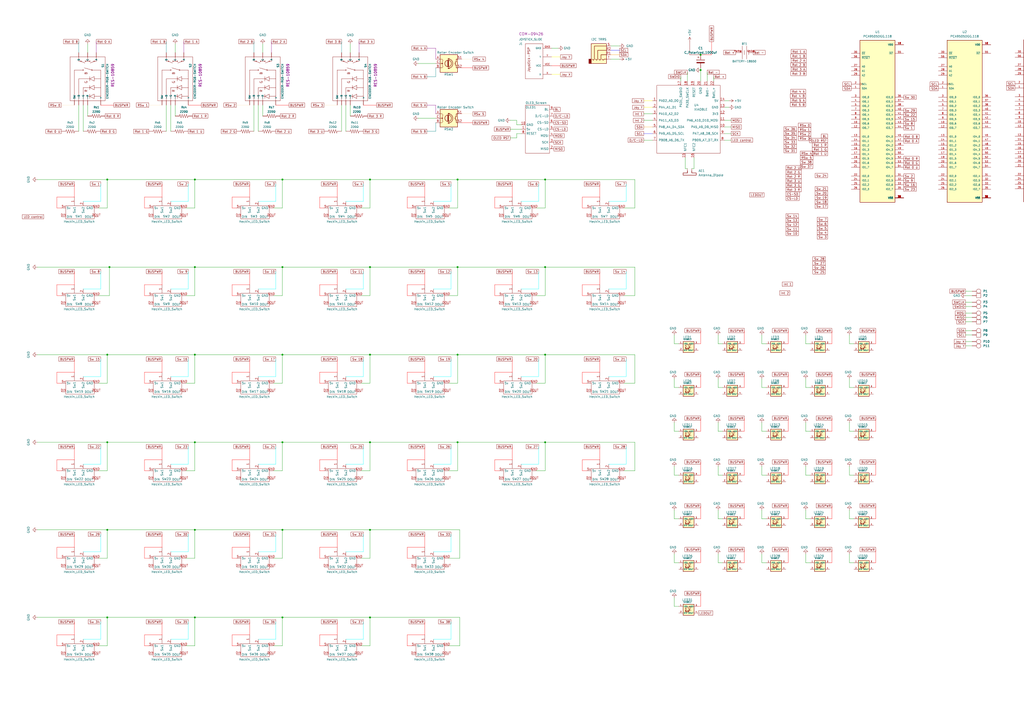
<source format=kicad_sch>
(kicad_sch (version 20211123) (generator eeschema)
  (paper "A2")
  (junction (at 113.03 205.74))
  (junction (at 163.83 205.74))
  (junction (at 62.23 104.14))
  (junction (at 163.83 358.14))
  (junction (at 214.63 256.54))
  (junction (at 63.5 154.94))
  (junction (at 62.23 205.74))
  (junction (at 316.23 104.14))
  (junction (at 214.63 104.14))
  (junction (at 163.83 104.14))
  (junction (at 214.63 358.14))
  (junction (at 163.83 256.54))
  (junction (at 113.03 307.34))
  (junction (at 406.4 40.64))
  (junction (at 62.23 256.54))
  (junction (at 316.23 154.94))
  (junction (at 113.03 104.14))
  (junction (at 406.4 31.75))
  (junction (at 265.43 104.14))
  (junction (at 214.63 205.74))
  (junction (at 163.83 154.94))
  (junction (at 214.63 307.34))
  (junction (at 113.03 358.14))
  (junction (at 62.23 358.14))
  (junction (at 316.23 205.74))
  (junction (at 265.43 154.94))
  (junction (at 113.03 154.94))
  (junction (at 214.63 154.94))
  (junction (at 316.23 256.54))
  (junction (at 265.43 256.54))
  (junction (at 265.43 205.74))
  (junction (at 62.23 307.34))
  (junction (at 163.83 307.34))
  (junction (at 113.03 256.54))
  (wire (pts (xy 33.02 374.65) (xy 35.56 374.65)) (stroke (width 0) (color 255 0 0 1)))
  (wire (pts (xy 144.78 317.5) (xy 134.62 317.5)) (stroke (width 0) (color 255 0 0 1)))
  (wire (pts (xy 302.26 269.24) (xy 312.42 269.24)) (stroke (width 0) (color 0 255 255 1)))
  (wire (pts (xy 107.95 273.05) (xy 113.03 273.05)))
  (wire (pts (xy 406.4 224.79) (xy 405.13 224.79)) (stroke (width 0) (color 255 0 0 1)))
  (wire (pts (xy 144.78 157.48) (xy 144.78 165.1)) (stroke (width 0) (color 255 0 0 1)))
  (wire (pts (xy 441.96 300.99) (xy 444.5 300.99)))
  (wire (pts (xy 163.83 205.74) (xy 214.63 205.74)))
  (wire (pts (xy 144.78 114.3) (xy 134.62 114.3)) (stroke (width 0) (color 255 0 0 1)))
  (wire (pts (xy 149.86 269.24) (xy 160.02 269.24)) (stroke (width 0) (color 0 255 255 1)))
  (wire (pts (xy 441.96 250.19) (xy 444.5 250.19)))
  (wire (pts (xy 368.3 222.25) (xy 368.3 205.74)))
  (wire (pts (xy 33.02 120.65) (xy 35.56 120.65)) (stroke (width 0) (color 255 0 0 1)))
  (wire (pts (xy 431.8 242.57) (xy 431.8 250.19)) (stroke (width 0) (color 255 0 0 1)))
  (wire (pts (xy 316.23 104.14) (xy 368.3 104.14)))
  (wire (pts (xy 287.02 114.3) (xy 287.02 120.65)) (stroke (width 0) (color 255 0 0 1)))
  (wire (pts (xy 368.3 278.13) (xy 368.3 292.1)) (stroke (width 0) (color 255 255 255 1)))
  (wire (pts (xy 209.55 328.93) (xy 238.76 328.93)) (stroke (width 0) (color 255 255 255 1)))
  (wire (pts (xy 361.95 125.73) (xy 368.3 125.73)) (stroke (width 0) (color 255 255 255 1)))
  (wire (pts (xy 58.42 259.08) (xy 58.42 269.24)) (stroke (width 0) (color 0 255 255 1)))
  (wire (pts (xy 214.63 358.14) (xy 266.7 358.14)))
  (wire (pts (xy 246.38 360.68) (xy 246.38 368.3)) (stroke (width 0) (color 255 0 0 1)))
  (wire (pts (xy 373.38 69.85) (xy 378.46 69.85)))
  (wire (pts (xy 492.76 245.11) (xy 492.76 250.19)))
  (wire (pts (xy 481.33 330.2) (xy 495.3 330.2)) (stroke (width 0) (color 255 255 255 1)))
  (wire (pts (xy 482.6 217.17) (xy 482.6 224.79)) (stroke (width 0) (color 255 0 0 1)))
  (wire (pts (xy 347.98 106.68) (xy 347.98 114.3)) (stroke (width 0) (color 255 0 0 1)))
  (wire (pts (xy 236.22 165.1) (xy 236.22 171.45)) (stroke (width 0) (color 255 0 0 1)))
  (wire (pts (xy 43.18 165.1) (xy 33.02 165.1)) (stroke (width 0) (color 255 0 0 1)))
  (wire (pts (xy 441.96 245.11) (xy 441.96 250.19)))
  (wire (pts (xy 107.95 176.53) (xy 137.16 176.53)) (stroke (width 0) (color 255 255 255 1)))
  (wire (pts (xy 391.16 321.31) (xy 391.16 326.39)))
  (wire (pts (xy 361.95 176.53) (xy 368.3 176.53)) (stroke (width 0) (color 255 255 255 1)))
  (wire (pts (xy 185.42 215.9) (xy 185.42 222.25)) (stroke (width 0) (color 255 0 0 1)))
  (wire (pts (xy 236.22 171.45) (xy 238.76 171.45)) (stroke (width 0) (color 255 0 0 1)))
  (wire (pts (xy 134.62 368.3) (xy 134.62 374.65)) (stroke (width 0) (color 255 0 0 1)))
  (wire (pts (xy 236.22 273.05) (xy 238.76 273.05)) (stroke (width 0) (color 255 0 0 1)))
  (wire (pts (xy 33.02 266.7) (xy 33.02 273.05)) (stroke (width 0) (color 255 0 0 1)))
  (wire (pts (xy 261.62 309.88) (xy 261.62 320.04)) (stroke (width 0) (color 0 255 255 1)))
  (wire (pts (xy 214.63 256.54) (xy 265.43 256.54)))
  (wire (pts (xy 467.36 300.99) (xy 469.9 300.99)))
  (wire (pts (xy 508 191.77) (xy 508 199.39)) (stroke (width 0) (color 255 0 0 1)))
  (wire (pts (xy 391.16 194.31) (xy 391.16 199.39)))
  (wire (pts (xy 113.03 120.65) (xy 113.03 104.14)))
  (wire (pts (xy 113.03 256.54) (xy 163.83 256.54)))
  (wire (pts (xy 43.18 106.68) (xy 43.18 114.3)) (stroke (width 0) (color 255 0 0 1)))
  (wire (pts (xy 387.35 336.55) (xy 387.35 355.6)) (stroke (width 0) (color 255 255 255 1)))
  (wire (pts (xy 260.35 176.53) (xy 289.56 176.53)) (stroke (width 0) (color 255 255 255 1)))
  (wire (pts (xy 158.75 176.53) (xy 187.96 176.53)) (stroke (width 0) (color 255 255 255 1)))
  (wire (pts (xy 391.16 275.59) (xy 393.7 275.59)))
  (wire (pts (xy 337.82 114.3) (xy 337.82 120.65)) (stroke (width 0) (color 255 0 0 1)))
  (wire (pts (xy 83.82 368.3) (xy 83.82 374.65)) (stroke (width 0) (color 255 0 0 1)))
  (wire (pts (xy 297.18 259.08) (xy 297.18 266.7)) (stroke (width 0) (color 255 0 0 1)))
  (wire (pts (xy 391.16 295.91) (xy 391.16 300.99)))
  (wire (pts (xy 297.18 165.1) (xy 287.02 165.1)) (stroke (width 0) (color 255 0 0 1)))
  (wire (pts (xy 368.3 120.65) (xy 368.3 104.14)))
  (wire (pts (xy 218.44 60.96) (xy 210.82 60.96)) (stroke (width 0) (color 255 0 0 1)))
  (wire (pts (xy 247.65 44.45) (xy 252.73 44.45)) (stroke (width 0) (color 0 132 132 1)))
  (wire (pts (xy 373.38 58.42) (xy 378.46 58.42)) (stroke (width 0) (color 255 255 0 1)))
  (wire (pts (xy 416.56 275.59) (xy 419.1 275.59)))
  (wire (pts (xy 406.4 242.57) (xy 406.4 250.19)) (stroke (width 0) (color 255 0 0 1)))
  (wire (pts (xy 492.76 295.91) (xy 492.76 300.99)))
  (wire (pts (xy 93.98 215.9) (xy 83.82 215.9)) (stroke (width 0) (color 255 0 0 1)))
  (wire (pts (xy 506.73 304.8) (xy 508 304.8)) (stroke (width 0) (color 255 255 255 1)))
  (wire (pts (xy 55.88 24.13) (xy 55.88 30.48)) (stroke (width 0) (color 132 0 132 1)))
  (wire (pts (xy 560.07 191.77) (xy 563.88 191.77)))
  (wire (pts (xy 214.63 104.14) (xy 265.43 104.14)))
  (wire (pts (xy 134.62 171.45) (xy 137.16 171.45)) (stroke (width 0) (color 255 0 0 1)))
  (wire (pts (xy 320.04 38.1) (xy 325.12 38.1)) (stroke (width 0) (color 255 0 0 1)))
  (wire (pts (xy 361.95 222.25) (xy 368.3 222.25)))
  (wire (pts (xy 43.18 259.08) (xy 43.18 266.7)) (stroke (width 0) (color 255 0 0 1)))
  (wire (pts (xy 416.56 270.51) (xy 416.56 275.59)))
  (wire (pts (xy 200.66 76.2) (xy 200.66 60.96)))
  (wire (pts (xy 481.33 228.6) (xy 495.3 228.6)) (stroke (width 0) (color 255 255 255 1)))
  (wire (pts (xy 482.6 242.57) (xy 482.6 250.19)) (stroke (width 0) (color 255 0 0 1)))
  (wire (pts (xy 247.65 76.2) (xy 252.73 76.2)) (stroke (width 0) (color 0 132 132 1)))
  (wire (pts (xy 57.15 222.25) (xy 62.23 222.25)))
  (wire (pts (xy 144.78 106.68) (xy 144.78 114.3)) (stroke (width 0) (color 255 0 0 1)))
  (wire (pts (xy 368.3 273.05) (xy 368.3 256.54)))
  (wire (pts (xy 492.76 300.99) (xy 495.3 300.99)))
  (wire (pts (xy 185.42 114.3) (xy 185.42 120.65)) (stroke (width 0) (color 255 0 0 1)))
  (wire (pts (xy 107.95 222.25) (xy 113.03 222.25)))
  (wire (pts (xy 246.38 106.68) (xy 246.38 114.3)) (stroke (width 0) (color 255 0 0 1)))
  (wire (pts (xy 560.07 181.61) (xy 563.88 181.61)))
  (wire (pts (xy 198.12 24.13) (xy 198.12 30.48)) (stroke (width 0) (color 0 132 132 1)))
  (wire (pts (xy 83.82 165.1) (xy 83.82 171.45)) (stroke (width 0) (color 255 0 0 1)))
  (wire (pts (xy 508 199.39) (xy 506.73 199.39)) (stroke (width 0) (color 255 0 0 1)))
  (wire (pts (xy 195.58 309.88) (xy 195.58 317.5)) (stroke (width 0) (color 255 0 0 1)))
  (wire (pts (xy 57.15 120.65) (xy 62.23 120.65)))
  (wire (pts (xy 33.02 368.3) (xy 33.02 374.65)) (stroke (width 0) (color 255 0 0 1)))
  (wire (pts (xy 163.83 104.14) (xy 214.63 104.14)))
  (wire (pts (xy 406.4 39.37) (xy 406.4 40.64)))
  (wire (pts (xy 236.22 374.65) (xy 238.76 374.65)) (stroke (width 0) (color 255 0 0 1)))
  (wire (pts (xy 398.78 41.91) (xy 398.78 46.99)))
  (wire (pts (xy 209.55 278.13) (xy 238.76 278.13)) (stroke (width 0) (color 255 255 255 1)))
  (wire (pts (xy 297.18 208.28) (xy 297.18 215.9)) (stroke (width 0) (color 255 0 0 1)))
  (wire (pts (xy 209.55 273.05) (xy 214.63 273.05)))
  (wire (pts (xy 410.21 41.91) (xy 410.21 46.99)))
  (wire (pts (xy 424.18 77.47) (xy 420.37 77.47)))
  (wire (pts (xy 482.6 224.79) (xy 481.33 224.79)) (stroke (width 0) (color 255 0 0 1)))
  (wire (pts (xy 482.6 326.39) (xy 481.33 326.39)) (stroke (width 0) (color 255 0 0 1)))
  (wire (pts (xy 482.6 275.59) (xy 481.33 275.59)) (stroke (width 0) (color 255 0 0 1)))
  (wire (pts (xy 62.23 374.65) (xy 62.23 358.14)))
  (wire (pts (xy 274.32 34.29) (xy 267.97 34.29)) (stroke (width 0) (color 255 229 191 1)))
  (wire (pts (xy 455.93 330.2) (xy 469.9 330.2)) (stroke (width 0) (color 255 255 255 1)))
  (wire (pts (xy 467.36 194.31) (xy 467.36 199.39)))
  (wire (pts (xy 287.02 120.65) (xy 289.56 120.65)) (stroke (width 0) (color 255 0 0 1)))
  (wire (pts (xy 312.42 157.48) (xy 312.42 167.64)) (stroke (width 0) (color 0 255 255 1)))
  (wire (pts (xy 58.42 360.68) (xy 58.42 370.84)) (stroke (width 0) (color 0 255 255 1)))
  (wire (pts (xy 406.4 250.19) (xy 405.13 250.19)) (stroke (width 0) (color 255 0 0 1)))
  (wire (pts (xy 113.03 374.65) (xy 113.03 358.14)))
  (wire (pts (xy 508 254) (xy 508 260.35)) (stroke (width 0) (color 255 255 255 1)))
  (wire (pts (xy 316.23 205.74) (xy 368.3 205.74)))
  (wire (pts (xy 113.03 273.05) (xy 113.03 256.54)))
  (wire (pts (xy 260.35 278.13) (xy 289.56 278.13)) (stroke (width 0) (color 255 255 255 1)))
  (wire (pts (xy 347.98 157.48) (xy 347.98 165.1)) (stroke (width 0) (color 255 0 0 1)))
  (wire (pts (xy 508 318.77) (xy 508 326.39)) (stroke (width 0) (color 255 0 0 1)))
  (wire (pts (xy 260.35 125.73) (xy 289.56 125.73)) (stroke (width 0) (color 255 255 255 1)))
  (wire (pts (xy 316.23 256.54) (xy 368.3 256.54)))
  (wire (pts (xy 405.13 279.4) (xy 419.1 279.4)) (stroke (width 0) (color 255 255 255 1)))
  (wire (pts (xy 158.75 273.05) (xy 163.83 273.05)))
  (wire (pts (xy 43.18 215.9) (xy 33.02 215.9)) (stroke (width 0) (color 255 0 0 1)))
  (wire (pts (xy 195.58 215.9) (xy 185.42 215.9)) (stroke (width 0) (color 255 0 0 1)))
  (wire (pts (xy 363.22 157.48) (xy 363.22 167.64)) (stroke (width 0) (color 0 255 255 1)))
  (wire (pts (xy 337.82 215.9) (xy 337.82 222.25)) (stroke (width 0) (color 255 0 0 1)))
  (wire (pts (xy 261.62 259.08) (xy 261.62 269.24)) (stroke (width 0) (color 0 255 255 1)))
  (wire (pts (xy 508 285.75) (xy 387.35 285.75)) (stroke (width 0) (color 255 255 255 1)))
  (wire (pts (xy 508 275.59) (xy 506.73 275.59)) (stroke (width 0) (color 255 0 0 1)))
  (wire (pts (xy 368.3 125.73) (xy 368.3 139.7)) (stroke (width 0) (color 255 255 255 1)))
  (wire (pts (xy 246.38 208.28) (xy 246.38 215.9)) (stroke (width 0) (color 255 0 0 1)))
  (wire (pts (xy 12.7 139.7) (xy 12.7 176.53)) (stroke (width 0) (color 255 255 255 1)))
  (wire (pts (xy 361.95 273.05) (xy 368.3 273.05)))
  (wire (pts (xy 33.02 171.45) (xy 35.56 171.45)) (stroke (width 0) (color 255 0 0 1)))
  (wire (pts (xy 316.23 154.94) (xy 368.3 154.94)))
  (wire (pts (xy 394.97 44.45) (xy 394.97 46.99)))
  (wire (pts (xy 265.43 205.74) (xy 316.23 205.74)))
  (wire (pts (xy 299.72 72.39) (xy 302.26 72.39)))
  (wire (pts (xy 431.8 326.39) (xy 430.53 326.39)) (stroke (width 0) (color 255 0 0 1)))
  (wire (pts (xy 83.82 273.05) (xy 86.36 273.05)) (stroke (width 0) (color 255 0 0 1)))
  (wire (pts (xy 368.3 227.33) (xy 368.3 241.3)) (stroke (width 0) (color 255 255 255 1)))
  (wire (pts (xy 265.43 154.94) (xy 316.23 154.94)))
  (wire (pts (xy 246.38 309.88) (xy 246.38 317.5)) (stroke (width 0) (color 255 0 0 1)))
  (wire (pts (xy 236.22 266.7) (xy 236.22 273.05)) (stroke (width 0) (color 255 0 0 1)))
  (wire (pts (xy 58.42 309.88) (xy 58.42 320.04)) (stroke (width 0) (color 0 255 255 1)))
  (wire (pts (xy 297.18 215.9) (xy 287.02 215.9)) (stroke (width 0) (color 255 0 0 1)))
  (wire (pts (xy 416.56 326.39) (xy 419.1 326.39)))
  (wire (pts (xy 58.42 106.68) (xy 58.42 116.84)) (stroke (width 0) (color 0 255 255 1)))
  (wire (pts (xy 274.32 71.12) (xy 267.97 71.12)) (stroke (width 0) (color 255 0 0 1)))
  (wire (pts (xy 163.83 256.54) (xy 214.63 256.54)))
  (wire (pts (xy 187.96 60.96) (xy 195.58 60.96)) (stroke (width 0) (color 255 229 191 1)))
  (wire (pts (xy 158.75 120.65) (xy 163.83 120.65)))
  (wire (pts (xy 406.4 199.39) (xy 405.13 199.39)) (stroke (width 0) (color 255 0 0 1)))
  (wire (pts (xy 406.4 40.64) (xy 406.4 46.99)))
  (wire (pts (xy 311.15 171.45) (xy 316.23 171.45)))
  (wire (pts (xy 312.42 106.68) (xy 312.42 116.84)) (stroke (width 0) (color 0 255 255 1)))
  (wire (pts (xy 297.18 266.7) (xy 287.02 266.7)) (stroke (width 0) (color 255 0 0 1)))
  (wire (pts (xy 387.35 330.2) (xy 393.7 330.2)) (stroke (width 0) (color 255 255 255 1)))
  (wire (pts (xy 316.23 273.05) (xy 316.23 256.54)))
  (wire (pts (xy 560.07 175.26) (xy 563.88 175.26)))
  (wire (pts (xy 107.95 125.73) (xy 137.16 125.73)) (stroke (width 0) (color 255 255 255 1)))
  (wire (pts (xy 160.02 360.68) (xy 160.02 370.84)) (stroke (width 0) (color 0 255 255 1)))
  (wire (pts (xy 43.18 208.28) (xy 43.18 215.9)) (stroke (width 0) (color 255 0 0 1)))
  (wire (pts (xy 302.26 218.44) (xy 312.42 218.44)) (stroke (width 0) (color 0 255 255 1)))
  (wire (pts (xy 86.36 60.96) (xy 93.98 60.96)) (stroke (width 0) (color 255 229 191 1)))
  (wire (pts (xy 405.13 228.6) (xy 419.1 228.6)) (stroke (width 0) (color 255 255 255 1)))
  (wire (pts (xy 210.82 360.68) (xy 210.82 370.84)) (stroke (width 0) (color 0 255 255 1)))
  (wire (pts (xy 147.32 24.13) (xy 147.32 30.48)) (stroke (width 0) (color 0 132 132 1)))
  (wire (pts (xy 21.59 307.34) (xy 62.23 307.34)))
  (wire (pts (xy 247.65 60.96) (xy 252.73 60.96)) (stroke (width 0) (color 132 0 132 1)))
  (wire (pts (xy 33.02 114.3) (xy 33.02 120.65)) (stroke (width 0) (color 255 0 0 1)))
  (wire (pts (xy 247.65 27.94) (xy 252.73 27.94)) (stroke (width 0) (color 132 0 132 1)))
  (wire (pts (xy 209.55 171.45) (xy 214.63 171.45)))
  (wire (pts (xy 12.7 278.13) (xy 35.56 278.13)) (stroke (width 0) (color 255 255 255 1)))
  (wire (pts (xy 99.06 269.24) (xy 109.22 269.24)) (stroke (width 0) (color 0 255 255 1)))
  (wire (pts (xy 387.35 311.15) (xy 387.35 330.2)) (stroke (width 0) (color 255 255 255 1)))
  (wire (pts (xy 508 279.4) (xy 508 285.75)) (stroke (width 0) (color 255 255 255 1)))
  (wire (pts (xy 62.23 222.25) (xy 62.23 205.74)))
  (wire (pts (xy 359.41 26.67) (xy 354.33 26.67)))
  (wire (pts (xy 12.7 292.1) (xy 12.7 328.93)) (stroke (width 0) (color 255 255 255 1)))
  (wire (pts (xy 62.23 273.05) (xy 62.23 256.54)))
  (wire (pts (xy 387.35 228.6) (xy 393.7 228.6)) (stroke (width 0) (color 255 255 255 1)))
  (wire (pts (xy 93.98 208.28) (xy 93.98 215.9)) (stroke (width 0) (color 255 0 0 1)))
  (wire (pts (xy 62.23 256.54) (xy 113.03 256.54)))
  (wire (pts (xy 431.8 217.17) (xy 431.8 224.79)) (stroke (width 0) (color 255 0 0 1)))
  (wire (pts (xy 149.86 370.84) (xy 160.02 370.84)) (stroke (width 0) (color 0 255 255 1)))
  (wire (pts (xy 311.15 227.33) (xy 340.36 227.33)) (stroke (width 0) (color 255 255 255 1)))
  (wire (pts (xy 337.82 273.05) (xy 340.36 273.05)) (stroke (width 0) (color 255 0 0 1)))
  (wire (pts (xy 144.78 309.88) (xy 144.78 317.5)) (stroke (width 0) (color 255 0 0 1)))
  (wire (pts (xy 195.58 157.48) (xy 195.58 165.1)) (stroke (width 0) (color 255 0 0 1)))
  (wire (pts (xy 57.15 125.73) (xy 86.36 125.73)) (stroke (width 0) (color 255 255 255 1)))
  (wire (pts (xy 203.2 60.96) (xy 203.2 67.31)))
  (wire (pts (xy 195.58 165.1) (xy 185.42 165.1)) (stroke (width 0) (color 255 0 0 1)))
  (wire (pts (xy 265.43 273.05) (xy 265.43 256.54)))
  (wire (pts (xy 50.8 60.96) (xy 50.8 67.31)))
  (wire (pts (xy 246.38 259.08) (xy 246.38 266.7)) (stroke (width 0) (color 255 0 0 1)))
  (wire (pts (xy 508 311.15) (xy 387.35 311.15)) (stroke (width 0) (color 255 255 255 1)))
  (wire (pts (xy 113.03 222.25) (xy 113.03 205.74)))
  (wire (pts (xy 387.35 285.75) (xy 387.35 304.8)) (stroke (width 0) (color 255 255 255 1)))
  (wire (pts (xy 260.35 323.85) (xy 266.7 323.85)))
  (wire (pts (xy 391.16 250.19) (xy 393.7 250.19)))
  (wire (pts (xy 508 330.2) (xy 508 336.55)) (stroke (width 0) (color 255 255 255 1)))
  (wire (pts (xy 99.06 76.2) (xy 99.06 60.96)))
  (wire (pts (xy 353.06 167.64) (xy 363.22 167.64)) (stroke (width 0) (color 0 255 255 1)))
  (wire (pts (xy 347.98 266.7) (xy 337.82 266.7)) (stroke (width 0) (color 255 0 0 1)))
  (wire (pts (xy 431.8 250.19) (xy 430.53 250.19)) (stroke (width 0) (color 255 0 0 1)))
  (wire (pts (xy 158.75 379.73) (xy 187.96 379.73)) (stroke (width 0) (color 255 255 255 1)))
  (wire (pts (xy 83.82 120.65) (xy 86.36 120.65)) (stroke (width 0) (color 255 0 0 1)))
  (wire (pts (xy 368.3 139.7) (xy 12.7 139.7)) (stroke (width 0) (color 255 255 255 1)))
  (wire (pts (xy 441.96 295.91) (xy 441.96 300.99)))
  (wire (pts (xy 560.07 184.15) (xy 563.88 184.15)))
  (wire (pts (xy 457.2 250.19) (xy 455.93 250.19)) (stroke (width 0) (color 255 0 0 1)))
  (wire (pts (xy 387.35 304.8) (xy 393.7 304.8)) (stroke (width 0) (color 255 255 255 1)))
  (wire (pts (xy 252.73 76.2) (xy 252.73 71.12)) (stroke (width 0) (color 0 132 132 1)))
  (wire (pts (xy 158.75 222.25) (xy 163.83 222.25)))
  (wire (pts (xy 185.42 165.1) (xy 185.42 171.45)) (stroke (width 0) (color 255 0 0 1)))
  (wire (pts (xy 287.02 171.45) (xy 289.56 171.45)) (stroke (width 0) (color 255 0 0 1)))
  (wire (pts (xy 158.75 125.73) (xy 187.96 125.73)) (stroke (width 0) (color 255 255 255 1)))
  (wire (pts (xy 107.95 323.85) (xy 113.03 323.85)))
  (wire (pts (xy 236.22 323.85) (xy 238.76 323.85)) (stroke (width 0) (color 255 0 0 1)))
  (wire (pts (xy 152.4 60.96) (xy 152.4 67.31)))
  (wire (pts (xy 113.03 205.74) (xy 163.83 205.74)))
  (wire (pts (xy 21.59 358.14) (xy 62.23 358.14)))
  (wire (pts (xy 431.8 293.37) (xy 431.8 300.99)) (stroke (width 0) (color 255 0 0 1)))
  (wire (pts (xy 99.06 320.04) (xy 109.22 320.04)) (stroke (width 0) (color 0 255 255 1)))
  (wire (pts (xy 209.55 120.65) (xy 214.63 120.65)))
  (wire (pts (xy 431.8 267.97) (xy 431.8 275.59)) (stroke (width 0) (color 255 0 0 1)))
  (wire (pts (xy 467.36 275.59) (xy 469.9 275.59)))
  (wire (pts (xy 260.35 222.25) (xy 265.43 222.25)))
  (wire (pts (xy 261.62 157.48) (xy 261.62 167.64)) (stroke (width 0) (color 0 255 255 1)))
  (wire (pts (xy 455.93 203.2) (xy 469.9 203.2)) (stroke (width 0) (color 255 255 255 1)))
  (wire (pts (xy 337.82 120.65) (xy 340.36 120.65)) (stroke (width 0) (color 255 0 0 1)))
  (wire (pts (xy 214.63 307.34) (xy 266.7 307.34)))
  (wire (pts (xy 163.83 323.85) (xy 163.83 307.34)))
  (wire (pts (xy 48.26 320.04) (xy 58.42 320.04)) (stroke (width 0) (color 0 255 255 1)))
  (wire (pts (xy 299.72 69.85) (xy 295.91 69.85)))
  (wire (pts (xy 33.02 215.9) (xy 33.02 222.25)) (stroke (width 0) (color 255 0 0 1)))
  (wire (pts (xy 163.83 222.25) (xy 163.83 205.74)))
  (wire (pts (xy 260.35 227.33) (xy 289.56 227.33)) (stroke (width 0) (color 255 255 255 1)))
  (wire (pts (xy 210.82 259.08) (xy 210.82 269.24)) (stroke (width 0) (color 0 255 255 1)))
  (wire (pts (xy 560.07 198.12) (xy 563.88 198.12)))
  (wire (pts (xy 158.75 227.33) (xy 187.96 227.33)) (stroke (width 0) (color 255 255 255 1)))
  (wire (pts (xy 391.16 270.51) (xy 391.16 275.59)))
  (wire (pts (xy 431.8 199.39) (xy 430.53 199.39)) (stroke (width 0) (color 255 0 0 1)))
  (wire (pts (xy 482.6 300.99) (xy 481.33 300.99)) (stroke (width 0) (color 255 0 0 1)))
  (wire (pts (xy 45.72 76.2) (xy 45.72 60.96)))
  (wire (pts (xy 297.18 106.68) (xy 297.18 114.3)) (stroke (width 0) (color 255 0 0 1)))
  (wire (pts (xy 134.62 165.1) (xy 134.62 171.45)) (stroke (width 0) (color 255 0 0 1)))
  (wire (pts (xy 312.42 259.08) (xy 312.42 269.24)) (stroke (width 0) (color 0 255 255 1)))
  (wire (pts (xy 149.86 76.2) (xy 149.86 60.96)))
  (wire (pts (xy 560.07 186.69) (xy 563.88 186.69)))
  (wire (pts (xy 265.43 256.54) (xy 316.23 256.54)))
  (wire (pts (xy 246.38 266.7) (xy 236.22 266.7)) (stroke (width 0) (color 255 0 0 1)))
  (wire (pts (xy 508 326.39) (xy 506.73 326.39)) (stroke (width 0) (color 255 0 0 1)))
  (wire (pts (xy 109.22 157.48) (xy 109.22 167.64)) (stroke (width 0) (color 0 255 255 1)))
  (wire (pts (xy 347.98 165.1) (xy 337.82 165.1)) (stroke (width 0) (color 255 0 0 1)))
  (wire (pts (xy 492.76 219.71) (xy 492.76 224.79)))
  (wire (pts (xy 467.36 250.19) (xy 469.9 250.19)))
  (wire (pts (xy 261.62 106.68) (xy 261.62 116.84)) (stroke (width 0) (color 0 255 255 1)))
  (wire (pts (xy 373.38 73.66) (xy 378.46 73.66)) (stroke (width 0) (color 255 153 0 1)))
  (wire (pts (xy 93.98 368.3) (xy 83.82 368.3)) (stroke (width 0) (color 255 0 0 1)))
  (wire (pts (xy 406.4 267.97) (xy 406.4 275.59)) (stroke (width 0) (color 255 0 0 1)))
  (wire (pts (xy 152.4 25.4) (xy 152.4 30.48)))
  (wire (pts (xy 508 242.57) (xy 508 250.19)) (stroke (width 0) (color 255 0 0 1)))
  (wire (pts (xy 359.41 34.29) (xy 354.33 34.29)))
  (wire (pts (xy 406.4 217.17) (xy 406.4 224.79)) (stroke (width 0) (color 255 0 0 1)))
  (wire (pts (xy 508 260.35) (xy 387.35 260.35)) (stroke (width 0) (color 255 255 255 1)))
  (wire (pts (xy 467.36 321.31) (xy 467.36 326.39)))
  (wire (pts (xy 422.91 58.42) (xy 420.37 58.42)))
  (wire (pts (xy 209.55 176.53) (xy 238.76 176.53)) (stroke (width 0) (color 255 255 255 1)))
  (wire (pts (xy 401.32 97.79) (xy 402.59 97.79)))
  (wire (pts (xy 368.3 190.5) (xy 12.7 190.5)) (stroke (width 0) (color 255 255 255 1)))
  (wire (pts (xy 414.02 44.45) (xy 414.02 46.99)))
  (wire (pts (xy 391.16 346.71) (xy 391.16 351.79)))
  (wire (pts (xy 387.35 260.35) (xy 387.35 279.4)) (stroke (width 0) (color 255 255 255 1)))
  (wire (pts (xy 109.22 309.88) (xy 109.22 320.04)) (stroke (width 0) (color 0 255 255 1)))
  (wire (pts (xy 311.15 278.13) (xy 340.36 278.13)) (stroke (width 0) (color 255 255 255 1)))
  (wire (pts (xy 144.78 208.28) (xy 144.78 215.9)) (stroke (width 0) (color 255 0 0 1)))
  (wire (pts (xy 214.63 120.65) (xy 214.63 104.14)))
  (wire (pts (xy 422.91 62.23) (xy 420.37 62.23)))
  (wire (pts (xy 441.96 219.71) (xy 441.96 224.79)))
  (wire (pts (xy 457.2 300.99) (xy 455.93 300.99)) (stroke (width 0) (color 255 0 0 1)))
  (wire (pts (xy 33.02 222.25) (xy 35.56 222.25)) (stroke (width 0) (color 255 0 0 1)))
  (wire (pts (xy 430.53 330.2) (xy 444.5 330.2)) (stroke (width 0) (color 255 255 255 1)))
  (wire (pts (xy 506.73 203.2) (xy 508 203.2)) (stroke (width 0) (color 255 255 255 1)))
  (wire (pts (xy 93.98 106.68) (xy 93.98 114.3)) (stroke (width 0) (color 255 0 0 1)))
  (wire (pts (xy 481.33 203.2) (xy 495.3 203.2)) (stroke (width 0) (color 255 255 255 1)))
  (wire (pts (xy 353.06 269.24) (xy 363.22 269.24)) (stroke (width 0) (color 0 255 255 1)))
  (wire (pts (xy 457.2 318.77) (xy 457.2 326.39)) (stroke (width 0) (color 255 0 0 1)))
  (wire (pts (xy 441.96 224.79) (xy 444.5 224.79)))
  (wire (pts (xy 397.51 91.44) (xy 397.51 97.79)))
  (wire (pts (xy 405.13 304.8) (xy 419.1 304.8)) (stroke (width 0) (color 255 255 255 1)))
  (wire (pts (xy 492.76 270.51) (xy 492.76 275.59)))
  (wire (pts (xy 43.18 266.7) (xy 33.02 266.7)) (stroke (width 0) (color 255 0 0 1)))
  (wire (pts (xy 431.8 275.59) (xy 430.53 275.59)) (stroke (width 0) (color 255 0 0 1)))
  (wire (pts (xy 214.63 205.74) (xy 265.43 205.74)))
  (wire (pts (xy 214.63 323.85) (xy 214.63 307.34)))
  (wire (pts (xy 508 209.55) (xy 387.35 209.55)) (stroke (width 0) (color 255 255 255 1)))
  (wire (pts (xy 144.78 368.3) (xy 134.62 368.3)) (stroke (width 0) (color 255 0 0 1)))
  (wire (pts (xy 391.16 300.99) (xy 393.7 300.99)))
  (wire (pts (xy 33.02 323.85) (xy 35.56 323.85)) (stroke (width 0) (color 255 0 0 1)))
  (wire (pts (xy 455.93 304.8) (xy 469.9 304.8)) (stroke (width 0) (color 255 255 255 1)))
  (wire (pts (xy 299.72 77.47) (xy 302.26 77.47)))
  (wire (pts (xy 266.7 374.65) (xy 266.7 358.14)))
  (wire (pts (xy 506.73 228.6) (xy 508 228.6)) (stroke (width 0) (color 255 255 255 1)))
  (wire (pts (xy 508 203.2) (xy 508 209.55)) (stroke (width 0) (color 255 255 255 1)))
  (wire (pts (xy 214.63 222.25) (xy 214.63 205.74)))
  (wire (pts (xy 43.18 114.3) (xy 33.02 114.3)) (stroke (width 0) (color 255 0 0 1)))
  (wire (pts (xy 158.75 374.65) (xy 163.83 374.65)))
  (wire (pts (xy 441.96 270.51) (xy 441.96 275.59)))
  (wire (pts (xy 107.95 120.65) (xy 113.03 120.65)))
  (wire (pts (xy 508 228.6) (xy 508 234.95)) (stroke (width 0) (color 255 255 255 1)))
  (wire (pts (xy 12.7 176.53) (xy 35.56 176.53)) (stroke (width 0) (color 255 255 255 1)))
  (wire (pts (xy 236.22 317.5) (xy 236.22 323.85)) (stroke (width 0) (color 255 0 0 1)))
  (wire (pts (xy 431.8 300.99) (xy 430.53 300.99)) (stroke (width 0) (color 255 0 0 1)))
  (wire (pts (xy 200.66 269.24) (xy 210.82 269.24)) (stroke (width 0) (color 0 255 255 1)))
  (wire (pts (xy 506.73 330.2) (xy 508 330.2)) (stroke (width 0) (color 255 255 255 1)))
  (wire (pts (xy 251.46 269.24) (xy 261.62 269.24)) (stroke (width 0) (color 0 255 255 1)))
  (wire (pts (xy 274.32 39.37) (xy 267.97 39.37)) (stroke (width 0) (color 255 0 0 1)))
  (wire (pts (xy 185.42 171.45) (xy 187.96 171.45)) (stroke (width 0) (color 255 0 0 1)))
  (wire (pts (xy 246.38 165.1) (xy 236.22 165.1)) (stroke (width 0) (color 255 0 0 1)))
  (wire (pts (xy 208.28 24.13) (xy 208.28 30.48)) (stroke (width 0) (color 132 0 132 1)))
  (wire (pts (xy 209.55 374.65) (xy 214.63 374.65)))
  (wire (pts (xy 33.02 273.05) (xy 35.56 273.05)) (stroke (width 0) (color 255 0 0 1)))
  (wire (pts (xy 252.73 60.96) (xy 252.73 66.04)) (stroke (width 0) (color 132 0 132 1)))
  (wire (pts (xy 482.6 293.37) (xy 482.6 300.99)) (stroke (width 0) (color 255 0 0 1)))
  (wire (pts (xy 481.33 279.4) (xy 495.3 279.4)) (stroke (width 0) (color 255 255 255 1)))
  (wire (pts (xy 158.75 323.85) (xy 163.83 323.85)))
  (wire (pts (xy 508 300.99) (xy 506.73 300.99)) (stroke (width 0) (color 255 0 0 1)))
  (wire (pts (xy 43.18 368.3) (xy 33.02 368.3)) (stroke (width 0) (color 255 0 0 1)))
  (wire (pts (xy 416.56 194.31) (xy 416.56 199.39)))
  (wire (pts (xy 167.64 60.96) (xy 160.02 60.96)) (stroke (width 0) (color 255 0 0 1)))
  (wire (pts (xy 83.82 171.45) (xy 86.36 171.45)) (stroke (width 0) (color 255 0 0 1)))
  (wire (pts (xy 416.56 219.71) (xy 416.56 224.79)))
  (wire (pts (xy 295.91 80.01) (xy 299.72 80.01)))
  (wire (pts (xy 311.15 176.53) (xy 340.36 176.53)) (stroke (width 0) (color 255 255 255 1)))
  (wire (pts (xy 274.32 66.04) (xy 267.97 66.04)) (stroke (width 0) (color 255 229 191 1)))
  (wire (pts (xy 457.2 242.57) (xy 457.2 250.19)) (stroke (width 0) (color 255 0 0 1)))
  (wire (pts (xy 62.23 205.74) (xy 113.03 205.74)))
  (wire (pts (xy 83.82 374.65) (xy 86.36 374.65)) (stroke (width 0) (color 255 0 0 1)))
  (wire (pts (xy 195.58 259.08) (xy 195.58 266.7)) (stroke (width 0) (color 255 0 0 1)))
  (wire (pts (xy 361.95 120.65) (xy 368.3 120.65)))
  (wire (pts (xy 560.07 168.91) (xy 563.88 168.91)))
  (wire (pts (xy 347.98 259.08) (xy 347.98 266.7)) (stroke (width 0) (color 255 0 0 1)))
  (wire (pts (xy 347.98 208.28) (xy 347.98 215.9)) (stroke (width 0) (color 255 0 0 1)))
  (wire (pts (xy 107.95 328.93) (xy 137.16 328.93)) (stroke (width 0) (color 255 255 255 1)))
  (wire (pts (xy 12.7 190.5) (xy 12.7 227.33)) (stroke (width 0) (color 255 255 255 1)))
  (wire (pts (xy 381 203.2) (xy 393.7 203.2)) (stroke (width 0) (color 255 255 255 1)))
  (wire (pts (xy 368.3 176.53) (xy 368.3 190.5)) (stroke (width 0) (color 255 255 255 1)))
  (wire (pts (xy 160.02 259.08) (xy 160.02 269.24)) (stroke (width 0) (color 0 255 255 1)))
  (wire (pts (xy 160.02 309.88) (xy 160.02 320.04)) (stroke (width 0) (color 0 255 255 1)))
  (wire (pts (xy 134.62 120.65) (xy 137.16 120.65)) (stroke (width 0) (color 255 0 0 1)))
  (wire (pts (xy 21.59 104.14) (xy 62.23 104.14)))
  (wire (pts (xy 430.53 228.6) (xy 444.5 228.6)) (stroke (width 0) (color 255 255 255 1)))
  (wire (pts (xy 33.02 317.5) (xy 33.02 323.85)) (stroke (width 0) (color 255 0 0 1)))
  (wire (pts (xy 57.15 323.85) (xy 62.23 323.85)))
  (wire (pts (xy 508 224.79) (xy 506.73 224.79)) (stroke (width 0) (color 255 0 0 1)))
  (wire (pts (xy 93.98 360.68) (xy 93.98 368.3)) (stroke (width 0) (color 255 0 0 1)))
  (wire (pts (xy 457.2 217.17) (xy 457.2 224.79)) (stroke (width 0) (color 255 0 0 1)))
  (wire (pts (xy 242.57 68.58) (xy 252.73 68.58)))
  (wire (pts (xy 185.42 266.7) (xy 185.42 273.05)) (stroke (width 0) (color 255 0 0 1)))
  (wire (pts (xy 347.98 215.9) (xy 337.82 215.9)) (stroke (width 0) (color 255 0 0 1)))
  (wire (pts (xy 157.48 24.13) (xy 157.48 30.48)) (stroke (width 0) (color 132 0 132 1)))
  (wire (pts (xy 236.22 222.25) (xy 238.76 222.25)) (stroke (width 0) (color 255 0 0 1)))
  (wire (pts (xy 149.86 116.84) (xy 160.02 116.84)) (stroke (width 0) (color 0 255 255 1)))
  (wire (pts (xy 96.52 76.2) (xy 96.52 60.96)))
  (wire (pts (xy 359.41 29.21) (xy 354.33 29.21)) (stroke (width 0) (color 0 0 255 1)))
  (wire (pts (xy 209.55 227.33) (xy 238.76 227.33)) (stroke (width 0) (color 255 255 255 1)))
  (wire (pts (xy 397.51 97.79) (xy 398.78 97.79)))
  (wire (pts (xy 63.5 154.94) (xy 113.03 154.94)))
  (wire (pts (xy 368.3 292.1) (xy 12.7 292.1)) (stroke (width 0) (color 255 255 255 1)))
  (wire (pts (xy 116.84 60.96) (xy 109.22 60.96)) (stroke (width 0) (color 255 0 0 1)))
  (wire (pts (xy 311.15 273.05) (xy 316.23 273.05)))
  (wire (pts (xy 93.98 114.3) (xy 83.82 114.3)) (stroke (width 0) (color 255 0 0 1)))
  (wire (pts (xy 560.07 200.66) (xy 563.88 200.66)))
  (wire (pts (xy 457.2 267.97) (xy 457.2 275.59)) (stroke (width 0) (color 255 0 0 1)))
  (wire (pts (xy 113.03 104.14) (xy 163.83 104.14)))
  (wire (pts (xy 62.23 104.14) (xy 113.03 104.14)))
  (wire (pts (xy 109.22 208.28) (xy 109.22 218.44)) (stroke (width 0) (color 0 255 255 1)))
  (wire (pts (xy 99.06 218.44) (xy 109.22 218.44)) (stroke (width 0) (color 0 255 255 1)))
  (wire (pts (xy 467.36 326.39) (xy 469.9 326.39)))
  (wire (pts (xy 457.2 275.59) (xy 455.93 275.59)) (stroke (width 0) (color 255 0 0 1)))
  (wire (pts (xy 508 304.8) (xy 508 311.15)) (stroke (width 0) (color 255 255 255 1)))
  (wire (pts (xy 134.62 323.85) (xy 137.16 323.85)) (stroke (width 0) (color 255 0 0 1)))
  (wire (pts (xy 430.53 279.4) (xy 444.5 279.4)) (stroke (width 0) (color 255 255 255 1)))
  (wire (pts (xy 147.32 76.2) (xy 147.32 60.96)))
  (wire (pts (xy 198.12 76.2) (xy 198.12 60.96)))
  (wire (pts (xy 45.72 24.13) (xy 45.72 30.48)) (stroke (width 0) (color 0 132 132 1)))
  (wire (pts (xy 134.62 222.25) (xy 137.16 222.25)) (stroke (width 0) (color 255 0 0 1)))
  (wire (pts (xy 251.46 116.84) (xy 261.62 116.84)) (stroke (width 0) (color 0 255 255 1)))
  (wire (pts (xy 21.59 154.94) (xy 63.5 154.94)))
  (wire (pts (xy 467.36 295.91) (xy 467.36 300.99)))
  (wire (pts (xy 347.98 114.3) (xy 337.82 114.3)) (stroke (width 0) (color 255 0 0 1)))
  (wire (pts (xy 246.38 114.3) (xy 236.22 114.3)) (stroke (width 0) (color 255 0 0 1)))
  (wire (pts (xy 287.02 165.1) (xy 287.02 171.45)) (stroke (width 0) (color 255 0 0 1)))
  (wire (pts (xy 200.66 320.04) (xy 210.82 320.04)) (stroke (width 0) (color 0 255 255 1)))
  (wire (pts (xy 431.8 318.77) (xy 431.8 326.39)) (stroke (width 0) (color 255 0 0 1)))
  (wire (pts (xy 481.33 254) (xy 495.3 254)) (stroke (width 0) (color 255 255 255 1)))
  (wire (pts (xy 316.23 171.45) (xy 316.23 154.94)))
  (wire (pts (xy 214.63 273.05) (xy 214.63 256.54)))
  (wire (pts (xy 21.59 205.74) (xy 62.23 205.74)))
  (wire (pts (xy 424.18 81.28) (xy 420.37 81.28)))
  (wire (pts (xy 109.22 259.08) (xy 109.22 269.24)) (stroke (width 0) (color 0 255 255 1)))
  (wire (pts (xy 416.56 321.31) (xy 416.56 326.39)))
  (wire (pts (xy 149.86 320.04) (xy 160.02 320.04)) (stroke (width 0) (color 0 255 255 1)))
  (wire (pts (xy 163.83 273.05) (xy 163.83 256.54)))
  (wire (pts (xy 316.23 120.65) (xy 316.23 104.14)))
  (wire (pts (xy 295.91 74.93) (xy 302.26 74.93)))
  (wire (pts (xy 83.82 266.7) (xy 83.82 273.05)) (stroke (width 0) (color 255 0 0 1)))
  (wire (pts (xy 416.56 245.11) (xy 416.56 250.19)))
  (wire (pts (xy 113.03 154.94) (xy 163.83 154.94)))
  (wire (pts (xy 406.4 344.17) (xy 406.4 351.79)) (stroke (width 0) (color 255 0 0 1)))
  (wire (pts (xy 236.22 368.3) (xy 236.22 374.65)) (stroke (width 0) (color 255 0 0 1)))
  (wire (pts (xy 185.42 120.65) (xy 187.96 120.65)) (stroke (width 0) (color 255 0 0 1)))
  (wire (pts (xy 33.02 165.1) (xy 33.02 171.45)) (stroke (width 0) (color 255 0 0 1)))
  (wire (pts (xy 101.6 25.4) (xy 101.6 30.48)))
  (wire (pts (xy 195.58 368.3) (xy 185.42 368.3)) (stroke (width 0) (color 255 0 0 1)))
  (wire (pts (xy 416.56 199.39) (xy 419.1 199.39)))
  (wire (pts (xy 492.76 194.31) (xy 492.76 199.39)))
  (wire (pts (xy 492.76 199.39) (xy 495.3 199.39)))
  (wire (pts (xy 58.42 208.28) (xy 58.42 218.44)) (stroke (width 0) (color 0 255 255 1)))
  (wire (pts (xy 467.36 199.39) (xy 469.9 199.39)))
  (wire (pts (xy 144.78 266.7) (xy 134.62 266.7)) (stroke (width 0) (color 255 0 0 1)))
  (wire (pts (xy 214.63 154.94) (xy 265.43 154.94)))
  (wire (pts (xy 353.06 116.84) (xy 363.22 116.84)) (stroke (width 0) (color 0 255 255 1)))
  (wire (pts (xy 144.78 215.9) (xy 134.62 215.9)) (stroke (width 0) (color 255 0 0 1)))
  (wire (pts (xy 109.22 360.68) (xy 109.22 370.84)) (stroke (width 0) (color 0 255 255 1)))
  (wire (pts (xy 391.16 245.11) (xy 391.16 250.19)))
  (wire (pts (xy 12.7 241.3) (xy 12.7 278.13)) (stroke (width 0) (color 255 255 255 1)))
  (wire (pts (xy 214.63 171.45) (xy 214.63 154.94)))
  (wire (pts (xy 457.2 293.37) (xy 457.2 300.99)) (stroke (width 0) (color 255 0 0 1)))
  (wire (pts (xy 12.7 379.73) (xy 12.7 342.9)) (stroke (width 0) (color 255 255 255 1)))
  (wire (pts (xy 62.23 358.14) (xy 113.03 358.14)))
  (wire (pts (xy 492.76 250.19) (xy 495.3 250.19)))
  (wire (pts (xy 400.05 31.75) (xy 406.4 31.75)) (stroke (width 0) (color 132 0 0 1)))
  (wire (pts (xy 48.26 370.84) (xy 58.42 370.84)) (stroke (width 0) (color 0 255 255 1)))
  (wire (pts (xy 163.83 171.45) (xy 163.83 154.94)))
  (wire (pts (xy 506.73 254) (xy 508 254)) (stroke (width 0) (color 255 255 255 1)))
  (wire (pts (xy 195.58 360.68) (xy 195.58 368.3)) (stroke (width 0) (color 255 0 0 1)))
  (wire (pts (xy 12.7 379.73) (xy 35.56 379.73)) (stroke (width 0) (color 255 255 255 1)))
  (wire (pts (xy 236.22 215.9) (xy 236.22 222.25)) (stroke (width 0) (color 255 0 0 1)))
  (wire (pts (xy 467.36 224.79) (xy 469.9 224.79)))
  (wire (pts (xy 58.42 116.84) (xy 48.26 116.84)) (stroke (width 0) (color 0 255 255 1)))
  (wire (pts (xy 93.98 157.48) (xy 93.98 165.1)) (stroke (width 0) (color 255 0 0 1)))
  (wire (pts (xy 144.78 259.08) (xy 144.78 266.7)) (stroke (width 0) (color 255 0 0 1)))
  (wire (pts (xy 337.82 165.1) (xy 337.82 171.45)) (stroke (width 0) (color 255 0 0 1)))
  (wire (pts (xy 160.02 157.48) (xy 160.02 167.64)) (stroke (width 0) (color 0 255 255 1)))
  (wire (pts (xy 209.55 222.25) (xy 214.63 222.25)))
  (wire (pts (xy 83.82 323.85) (xy 86.36 323.85)) (stroke (width 0) (color 255 0 0 1)))
  (wire (pts (xy 242.57 36.83) (xy 252.73 36.83)))
  (wire (pts (xy 361.95 278.13) (xy 368.3 278.13)) (stroke (width 0) (color 255 255 255 1)))
  (wire (pts (xy 160.02 106.68) (xy 160.02 116.84)) (stroke (width 0) (color 0 255 255 1)))
  (wire (pts (xy 320.04 27.94) (xy 323.85 27.94)))
  (wire (pts (xy 99.06 116.84) (xy 109.22 116.84)) (stroke (width 0) (color 0 255 255 1)))
  (wire (pts (xy 214.63 374.65) (xy 214.63 358.14)))
  (wire (pts (xy 373.38 66.04) (xy 378.46 66.04)))
  (wire (pts (xy 416.56 300.99) (xy 419.1 300.99)))
  (wire (pts (xy 246.38 368.3) (xy 236.22 368.3)) (stroke (width 0) (color 255 0 0 1)))
  (wire (pts (xy 203.2 25.4) (xy 203.2 30.48)))
  (wire (pts (xy 113.03 323.85) (xy 113.03 307.34)))
  (wire (pts (xy 66.04 60.96) (xy 58.42 60.96)) (stroke (width 0) (color 255 0 0 1)))
  (wire (pts (xy 251.46 320.04) (xy 261.62 320.04)) (stroke (width 0) (color 0 255 255 1)))
  (wire (pts (xy 195.58 106.68) (xy 195.58 114.3)) (stroke (width 0) (color 255 0 0 1)))
  (wire (pts (xy 12.7 227.33) (xy 35.56 227.33)) (stroke (width 0) (color 255 255 255 1)))
  (wire (pts (xy 265.43 222.25) (xy 265.43 205.74)))
  (wire (pts (xy 373.38 77.47) (xy 378.46 77.47)) (stroke (width 0) (color 0 0 255 1)))
  (wire (pts (xy 149.86 218.44) (xy 160.02 218.44)) (stroke (width 0) (color 0 255 255 1)))
  (wire (pts (xy 93.98 165.1) (xy 83.82 165.1)) (stroke (width 0) (color 255 0 0 1)))
  (wire (pts (xy 246.38 317.5) (xy 236.22 317.5)) (stroke (width 0) (color 255 0 0 1)))
  (wire (pts (xy 163.83 307.34) (xy 214.63 307.34)))
  (wire (pts (xy 405.13 203.2) (xy 419.1 203.2)) (stroke (width 0) (color 255 255 255 1)))
  (wire (pts (xy 163.83 374.65) (xy 163.83 358.14)))
  (wire (pts (xy 195.58 266.7) (xy 185.42 266.7)) (stroke (width 0) (color 255 0 0 1)))
  (wire (pts (xy 21.59 256.54) (xy 62.23 256.54)))
  (wire (pts (xy 424.18 69.85) (xy 420.37 69.85)))
  (wire (pts (xy 424.18 73.66) (xy 420.37 73.66)))
  (wire (pts (xy 260.35 328.93) (xy 266.7 328.93)) (stroke (width 0) (color 255 255 255 1)))
  (wire (pts (xy 405.13 254) (xy 419.1 254)) (stroke (width 0) (color 255 255 255 1)))
  (wire (pts (xy 134.62 317.5) (xy 134.62 323.85)) (stroke (width 0) (color 255 0 0 1)))
  (wire (pts (xy 43.18 317.5) (xy 33.02 317.5)) (stroke (width 0) (color 255 0 0 1)))
  (wire (pts (xy 260.35 273.05) (xy 265.43 273.05)))
  (wire (pts (xy 57.15 374.65) (xy 62.23 374.65)))
  (wire (pts (xy 113.03 307.34) (xy 163.83 307.34)))
  (wire (pts (xy 48.26 76.2) (xy 48.26 60.96)))
  (wire (pts (xy 391.16 219.71) (xy 391.16 224.79)))
  (wire (pts (xy 482.6 199.39) (xy 481.33 199.39)) (stroke (width 0) (color 255 0 0 1)))
  (wire (pts (xy 363.22 106.68) (xy 363.22 116.84)) (stroke (width 0) (color 0 255 255 1)))
  (wire (pts (xy 482.6 318.77) (xy 482.6 326.39)) (stroke (width 0) (color 255 0 0 1)))
  (wire (pts (xy 93.98 317.5) (xy 83.82 317.5)) (stroke (width 0) (color 255 0 0 1)))
  (wire (pts (xy 363.22 208.28) (xy 363.22 218.44)) (stroke (width 0) (color 0 255 255 1)))
  (wire (pts (xy 200.66 370.84) (xy 210.82 370.84)) (stroke (width 0) (color 0 255 255 1)))
  (wire (pts (xy 260.35 374.65) (xy 266.7 374.65)))
  (wire (pts (xy 236.22 114.3) (xy 236.22 120.65)) (stroke (width 0) (color 255 0 0 1)))
  (wire (pts (xy 83.82 222.25) (xy 86.36 222.25)) (stroke (width 0) (color 255 0 0 1)))
  (wire (pts (xy 457.2 191.77) (xy 457.2 199.39)) (stroke (width 0) (color 255 0 0 1)))
  (wire (pts (xy 25.4 125.73) (xy 35.56 125.73)) (stroke (width 0) (color 255 255 255 1)))
  (wire (pts (xy 482.6 267.97) (xy 482.6 275.59)) (stroke (width 0) (color 255 0 0 1)))
  (wire (pts (xy 373.38 62.23) (xy 378.46 62.23)) (stroke (width 0) (color 255 255 0 1)))
  (wire (pts (xy 209.55 379.73) (xy 238.76 379.73)) (stroke (width 0) (color 255 255 255 1)))
  (wire (pts (xy 363.22 259.08) (xy 363.22 269.24)) (stroke (width 0) (color 0 255 255 1)))
  (wire (pts (xy 93.98 309.88) (xy 93.98 317.5)) (stroke (width 0) (color 255 0 0 1)))
  (wire (pts (xy 35.56 60.96) (xy 43.18 60.96)) (stroke (width 0) (color 255 229 191 1)))
  (wire (pts (xy 492.76 321.31) (xy 492.76 326.39)))
  (wire (pts (xy 57.15 227.33) (xy 86.36 227.33)) (stroke (width 0) (color 255 255 255 1)))
  (wire (pts (xy 430.53 254) (xy 444.5 254)) (stroke (width 0) (color 255 255 255 1)))
  (wire (pts (xy 185.42 222.25) (xy 187.96 222.25)) (stroke (width 0) (color 255 0 0 1)))
  (wire (pts (xy 107.95 227.33) (xy 137.16 227.33)) (stroke (width 0) (color 255 255 255 1)))
  (wire (pts (xy 185.42 273.05) (xy 187.96 273.05)) (stroke (width 0) (color 255 0 0 1)))
  (wire (pts (xy 287.02 273.05) (xy 289.56 273.05)) (stroke (width 0) (color 255 0 0 1)))
  (wire (pts (xy 441.96 194.31) (xy 441.96 199.39)))
  (wire (pts (xy 482.6 191.77) (xy 482.6 199.39)) (stroke (width 0) (color 255 0 0 1)))
  (wire (pts (xy 492.76 275.59) (xy 495.3 275.59)))
  (wire (pts (xy 144.78 360.68) (xy 144.78 368.3)) (stroke (width 0) (color 255 0 0 1)))
  (wire (pts (xy 430.53 304.8) (xy 444.5 304.8)) (stroke (width 0) (color 255 255 255 1)))
  (wire (pts (xy 12.7 342.9) (xy 266.7 342.9)) (stroke (width 0) (color 255 255 255 1)))
  (wire (pts (xy 311.15 120.65) (xy 316.23 120.65)))
  (wire (pts (xy 560.07 194.31) (xy 563.88 194.31)))
  (wire (pts (xy 144.78 165.1) (xy 134.62 165.1)) (stroke (width 0) (color 255 0 0 1)))
  (wire (pts (xy 457.2 224.79) (xy 455.93 224.79)) (stroke (width 0) (color 255 0 0 1)))
  (wire (pts (xy 302.26 116.84) (xy 312.42 116.84)) (stroke (width 0) (color 0 255 255 1)))
  (wire (pts (xy 508 234.95) (xy 387.35 234.95)) (stroke (width 0) (color 255 255 255 1)))
  (wire (pts (xy 368.3 241.3) (xy 12.7 241.3)) (stroke (width 0) (color 255 255 255 1)))
  (wire (pts (xy 158.75 328.93) (xy 187.96 328.93)) (stroke (width 0) (color 255 255 255 1)))
  (wire (pts (xy 441.96 326.39) (xy 444.5 326.39)))
  (wire (pts (xy 50.8 25.4) (xy 50.8 30.48)))
  (wire (pts (xy 107.95 171.45) (xy 113.03 171.45)))
  (wire (pts (xy 57.15 278.13) (xy 86.36 278.13)) (stroke (width 0) (color 255 255 255 1)))
  (wire (pts (xy 57.15 379.73) (xy 86.36 379.73)) (stroke (width 0) (color 255 255 255 1)))
  (wire (pts (xy 106.68 24.13) (xy 106.68 30.48)) (stroke (width 0) (color 132 0 132 1)))
  (wire (pts (xy 416.56 295.91) (xy 416.56 300.99)))
  (wire (pts (xy 391.16 199.39) (xy 393.7 199.39)))
  (wire (pts (xy 406.4 326.39) (xy 405.13 326.39)) (stroke (width 0) (color 255 0 0 1)))
  (wire (pts (xy 163.83 358.14) (xy 214.63 358.14)))
  (wire (pts (xy 311.15 125.73) (xy 340.36 125.73)) (stroke (width 0) (color 255 255 255 1)))
  (wire (pts (xy 62.23 120.65) (xy 62.23 104.14)))
  (wire (pts (xy 195.58 317.5) (xy 185.42 317.5)) (stroke (width 0) (color 255 0 0 1)))
  (wire (pts (xy 158.75 171.45) (xy 163.83 171.45)))
  (wire (pts (xy 260.35 379.73) (xy 381 379.73)) (stroke (width 0) (color 255 255 255 1)))
  (wire (pts (xy 391.16 224.79) (xy 393.7 224.79)))
  (wire (pts (xy 134.62 273.05) (xy 137.16 273.05)) (stroke (width 0) (color 255 0 0 1)))
  (wire (pts (xy 160.02 208.28) (xy 160.02 218.44)) (stroke (width 0) (color 0 255 255 1)))
  (wire (pts (xy 43.18 157.48) (xy 43.18 165.1)) (stroke (width 0) (color 255 0 0 1)))
  (wire (pts (xy 337.82 266.7) (xy 337.82 273.05)) (stroke (width 0) (color 255 0 0 1)))
  (wire (pts (xy 93.98 266.7) (xy 83.82 266.7)) (stroke (width 0) (color 255 0 0 1)))
  (wire (pts (xy 467.36 219.71) (xy 467.36 224.79)))
  (wire (pts (xy 12.7 328.93) (xy 35.56 328.93)) (stroke (width 0) (color 255 255 255 1)))
  (wire (pts (xy 210.82 309.88) (xy 210.82 320.04)) (stroke (width 0) (color 0 255 255 1)))
  (wire (pts (xy 560.07 177.8) (xy 563.88 177.8)))
  (wire (pts (xy 185.42 323.85) (xy 187.96 323.85)) (stroke (width 0) (color 255 0 0 1)))
  (wire (pts (xy 134.62 374.65) (xy 137.16 374.65)) (stroke (width 0) (color 255 0 0 1)))
  (wire (pts (xy 93.98 259.08) (xy 93.98 266.7)) (stroke (width 0) (color 255 0 0 1)))
  (wire (pts (xy 163.83 120.65) (xy 163.83 104.14)))
  (wire (pts (xy 400.05 24.13) (xy 400.05 31.75)) (stroke (width 0) (color 132 0 0 1)))
  (wire (pts (xy 359.41 31.75) (xy 354.33 31.75)) (stroke (width 0) (color 255 153 0 1)))
  (wire (pts (xy 251.46 370.84) (xy 261.62 370.84)) (stroke (width 0) (color 0 255 255 1)))
  (wire (pts (xy 266.7 328.93) (xy 266.7 342.9)) (stroke (width 0) (color 255 255 255 1)))
  (wire (pts (xy 391.16 351.79) (xy 393.7 351.79)))
  (wire (pts (xy 381 203.2) (xy 381 379.73)) (stroke (width 0) (color 255 255 255 1)))
  (wire (pts (xy 149.86 167.64) (xy 160.02 167.64)) (stroke (width 0) (color 0 255 255 1)))
  (wire (pts (xy 185.42 368.3) (xy 185.42 374.65)) (stroke (width 0) (color 255 0 0 1)))
  (wire (pts (xy 299.72 80.01) (xy 299.72 77.47)))
  (wire (pts (xy 406.4 275.59) (xy 405.13 275.59)) (stroke (width 0) (color 255 0 0 1)))
  (wire (pts (xy 57.15 171.45) (xy 63.5 171.45)))
  (wire (pts (xy 457.2 199.39) (xy 455.93 199.39)) (stroke (width 0) (color 255 0 0 1)))
  (wire (pts (xy 337.82 171.45) (xy 340.36 171.45)) (stroke (width 0) (color 255 0 0 1)))
  (wire (pts (xy 113.03 171.45) (xy 113.03 154.94)))
  (wire (pts (xy 200.66 167.64) (xy 210.82 167.64)) (stroke (width 0) (color 0 255 255 1)))
  (wire (pts (xy 48.26 218.44) (xy 58.42 218.44)) (stroke (width 0) (color 0 255 255 1)))
  (wire (pts (xy 134.62 215.9) (xy 134.62 222.25)) (stroke (width 0) (color 255 0 0 1)))
  (wire (pts (xy 430.53 203.2) (xy 444.5 203.2)) (stroke (width 0) (color 255 255 255 1)))
  (wire (pts (xy 302.26 167.64) (xy 312.42 167.64)) (stroke (width 0) (color 0 255 255 1)))
  (wire (pts (xy 311.15 222.25) (xy 316.23 222.25)))
  (wire (pts (xy 337.82 222.25) (xy 340.36 222.25)) (stroke (width 0) (color 255 0 0 1)))
  (wire (pts (xy 260.35 171.45) (xy 265.43 171.45)))
  (wire (pts (xy 287.02 215.9) (xy 287.02 222.25)) (stroke (width 0) (color 255 0 0 1)))
  (wire (pts (xy 492.76 326.39) (xy 495.3 326.39)))
  (wire (pts (xy 210.82 157.48) (xy 210.82 167.64)) (stroke (width 0) (color 0 255 255 1)))
  (wire (pts (xy 83.82 317.5) (xy 83.82 323.85)) (stroke (width 0) (color 255 0 0 1)))
  (wire (pts (xy 265.43 104.14) (xy 316.23 104.14)))
  (wire (pts (xy 200.66 218.44) (xy 210.82 218.44)) (stroke (width 0) (color 0 255 255 1)))
  (wire (pts (xy 265.43 120.65) (xy 265.43 104.14)))
  (wire (pts (xy 406.4 318.77) (xy 406.4 326.39)) (stroke (width 0) (color 255 0 0 1)))
  (wire (pts (xy 210.82 106.68) (xy 210.82 116.84)) (stroke (width 0) (color 0 255 255 1)))
  (wire (pts (xy 431.8 224.79) (xy 430.53 224.79)) (stroke (width 0) (color 255 0 0 1)))
  (wire (pts (xy 416.56 224.79) (xy 419.1 224.79)))
  (wire (pts (xy 402.59 97.79) (xy 402.59 91.44)))
  (wire (pts (xy 467.36 270.51) (xy 467.36 275.59)))
  (wire (pts (xy 58.42 157.48) (xy 58.42 167.64)) (stroke (width 0) (color 0 255 255 1)))
  (wire (pts (xy 57.15 176.53) (xy 86.36 176.53)) (stroke (width 0) (color 255 255 255 1)))
  (wire (pts (xy 320.04 33.02) (xy 325.12 33.02)) (stroke (width 0) (color 255 255 0 1)))
  (wire (pts (xy 299.72 69.85) (xy 299.72 72.39)))
  (wire (pts (xy 441.96 321.31) (xy 441.96 326.39)))
  (wire (pts (xy 252.73 44.45) (xy 252.73 39.37)) (stroke (width 0) (color 0 132 132 1)))
  (wire (pts (xy 406.4 293.37) (xy 406.4 300.99)) (stroke (width 0) (color 255 0 0 1)))
  (wire (pts (xy 62.23 323.85) (xy 62.23 307.34)))
  (wire (pts (xy 246.38 157.48) (xy 246.38 165.1)) (stroke (width 0) (color 255 0 0 1)))
  (wire (pts (xy 387.35 355.6) (xy 393.7 355.6)) (stroke (width 0) (color 255 255 255 1)))
  (wire (pts (xy 387.35 234.95) (xy 387.35 254)) (stroke (width 0) (color 255 255 255 1)))
  (wire (pts (xy 236.22 120.65) (xy 238.76 120.65)) (stroke (width 0) (color 255 0 0 1)))
  (wire (pts (xy 62.23 307.34) (xy 113.03 307.34)))
  (wire (pts (xy 209.55 125.73) (xy 238.76 125.73)) (stroke (width 0) (color 255 255 255 1)))
  (wire (pts (xy 455.93 254) (xy 469.9 254)) (stroke (width 0) (color 255 255 255 1)))
  (wire (pts (xy 265.43 171.45) (xy 265.43 154.94)))
  (wire (pts (xy 508 217.17) (xy 508 224.79)) (stroke (width 0) (color 255 0 0 1)))
  (wire (pts (xy 57.15 273.05) (xy 62.23 273.05)))
  (wire (pts (xy 195.58 208.28) (xy 195.58 215.9)) (stroke (width 0) (color 255 0 0 1)))
  (wire (pts (xy 481.33 304.8) (xy 495.3 304.8)) (stroke (width 0) (color 255 255 255 1)))
  (wire (pts (xy 387.35 254) (xy 393.7 254)) (stroke (width 0) (color 255 255 255 1)))
  (wire (pts (xy 246.38 215.9) (xy 236.22 215.9)) (stroke (width 0) (color 255 0 0 1)))
  (wire (pts (xy 195.58 114.3) (xy 185.42 114.3)) (stroke (width 0) (color 255 0 0 1)))
  (wire (pts (xy 134.62 266.7) (xy 134.62 273.05)) (stroke (width 0) (color 255 0 0 1)))
  (wire (pts (xy 297.18 157.48) (xy 297.18 165.1)) (stroke (width 0) (color 255 0 0 1)))
  (wire (pts (xy 373.38 81.28) (xy 378.46 81.28)))
  (wire (pts (xy 406.4 191.77) (xy 406.4 199.39)) (stroke (width 0) (color 255 0 0 1)))
  (wire (pts (xy 96.52 24.13) (xy 96.52 30.48)) (stroke (width 0) (color 0 132 132 1)))
  (wire (pts (xy 251.46 218.44) (xy 261.62 218.44)) (stroke (width 0) (color 0 255 255 1)))
  (wire (pts (xy 508 336.55) (xy 387.35 336.55)) (stroke (width 0) (color 255 255 255 1)))
  (wire (pts (xy 412.75 31.75) (xy 406.4 31.75)) (stroke (width 0) (color 255 0 0 1)))
  (wire (pts (xy 353.06 218.44) (xy 363.22 218.44)) (stroke (width 0) (color 0 255 255 1)))
  (wire (pts (xy 99.06 167.64) (xy 109.22 167.64)) (stroke (width 0) (color 0 255 255 1)))
  (wire (pts (xy 287.02 222.25) (xy 289.56 222.25)) (stroke (width 0) (color 255 0 0 1)))
  (wire (pts (xy 209.55 323.85) (xy 214.63 323.85)))
  (wire (pts (xy 508 250.19) (xy 506.73 250.19)) (stroke (width 0) (color 255 0 0 1)))
  (wire (pts (xy 560.07 171.45) (xy 563.88 171.45)))
  (wire (pts (xy 431.8 191.77) (xy 431.8 199.39)) (stroke (width 0) (color 255 0 0 1)))
  (wire (pts (xy 63.5 171.45) (xy 63.5 154.94)))
  (wire (pts (xy 260.35 120.65) (xy 265.43 120.65)))
  (wire (pts (xy 508 293.37) (xy 508 300.99)) (stroke (width 0) (color 255 0 0 1)))
  (wire (pts (xy 467.36 245.11) (xy 467.36 250.19)))
  (wire (pts (xy 405.13 330.2) (xy 419.1 330.2)) (stroke (width 0) (color 255 255 255 1)))
  (wire (pts (xy 455.93 279.4) (xy 469.9 279.4)) (stroke (width 0) (color 255 255 255 1)))
  (wire (pts (xy 455.93 228.6) (xy 469.9 228.6)) (stroke (width 0) (color 255 255 255 1)))
  (wire (pts (xy 387.35 209.55) (xy 387.35 228.6)) (stroke (width 0) (color 255 255 255 1)))
  (wire (pts (xy 137.16 60.96) (xy 144.78 60.96)) (stroke (width 0) (color 255 229 191 1)))
  (wire (pts (xy 134.62 114.3) (xy 134.62 120.65)) (stroke (width 0) (color 255 0 0 1)))
  (wire (pts (xy 107.95 278.13) (xy 137.16 278.13)) (stroke (width 0) (color 255 255 255 1)))
  (wire (pts (xy 83.82 114.3) (xy 83.82 120.65)) (stroke (width 0) (color 255 0 0 1)))
  (wire (pts (xy 261.62 360.68) (xy 261.62 370.84)) (stroke (width 0) (color 0 255 255 1)))
  (wire (pts (xy 200.66 116.84) (xy 210.82 116.84)) (stroke (width 0) (color 0 255 255 1)))
  (wire (pts (xy 48.26 167.64) (xy 58.42 167.64)) (stroke (width 0) (color 0 255 255 1)))
  (wire (pts (xy 441.96 275.59) (xy 444.5 275.59)))
  (wire (pts (xy 83.82 215.9) (xy 83.82 222.25)) (stroke (width 0) (color 255 0 0 1)))
  (wire (pts (xy 492.76 224.79) (xy 495.3 224.79)))
  (wire (pts (xy 251.46 167.64) (xy 261.62 167.64)) (stroke (width 0) (color 0 255 255 1)))
  (wire (pts (xy 252.73 27.94) (xy 252.73 34.29)) (stroke (width 0) (color 132 0 132 1)))
  (wire (pts (xy 320.04 43.18) (xy 325.12 43.18)) (stroke (width 0) (color 255 255 0 1)))
  (wire (pts (xy 387.35 279.4) (xy 393.7 279.4)) (stroke (width 0) (color 255 255 255 1)))
  (wire (pts (xy 506.73 279.4) (xy 508 279.4)) (stroke (width 0) (color 255 255 255 1)))
  (wire (pts (xy 57.15 328.93) (xy 86.36 328.93)) (stroke (width 0) (color 255 255 255 1)))
  (wire (pts (xy 312.42 208.28) (xy 312.42 218.44)) (stroke (width 0) (color 0 255 255 1)))
  (wire (pts (xy 210.82 208.28) (xy 210.82 218.44)) (stroke (width 0) (color 0 255 255 1)))
  (wire (pts (xy 406.4 300.99) (xy 405.13 300.99)) (stroke (width 0) (color 255 0 0 1)))
  (wire (pts (xy 101.6 60.96) (xy 101.6 67.31)))
  (wire (pts (xy 441.96 199.39) (xy 444.5 199.39)))
  (wire (pts (xy 185.42 317.5) (xy 185.42 323.85)) (stroke (width 0) (color 255 0 0 1)))
  (wire (pts (xy 316.23 222.25) (xy 316.23 205.74)))
  (wire (pts (xy 43.18 360.68) (xy 43.18 368.3)) (stroke (width 0) (color 255 0 0 1)))
  (wire (pts (xy 107.95 374.65) (xy 113.03 374.65)))
  (wire (pts (xy 48.26 269.24) (xy 58.42 269.24)) (stroke (width 0) (color 0 255 255 1)))
  (wire (pts (xy 457.2 326.39) (xy 455.93 326.39)) (stroke (width 0) (color 255 0 0 1)))
  (wire (pts (xy 416.56 250.19) (xy 419.1 250.19)))
  (wire (pts (xy 113.03 358.14) (xy 163.83 358.14)))
  (wire (pts (xy 109.22 106.68) (xy 109.22 116.84)) (stroke (width 0) (color 0 255 255 1)))
  (wire (pts (xy 391.16 326.39) (xy 393.7 326.39)))
  (wire (pts (xy 266.7 323.85) (xy 266.7 307.34)))
  (wire (pts (xy 163.83 154.94) (xy 214.63 154.94)))
  (wire (pts (xy 361.95 227.33) (xy 368.3 227.33)) (stroke (width 0) (color 255 255 255 1)))
  (wire (pts (xy 185.42 374.65) (xy 187.96 374.65)) (stroke (width 0) (color 255 0 0 1)))
  (wire (pts (xy 107.95 379.73) (xy 137.16 379.73)) (stroke (width 0) (color 255 255 255 1)))
  (wire (pts (xy 158.75 278.13) (xy 187.96 278.13)) (stroke (width 0) (color 255 255 255 1)))
  (wire (pts (xy 43.18 309.88) (xy 43.18 317.5)) (stroke (width 0) (color 255 0 0 1)))
  (wire (pts (xy 287.02 266.7) (xy 287.02 273.05)) (stroke (width 0) (color 255 0 0 1)))
  (wire (pts (xy 412.75 24.13) (xy 412.75 31.75)) (stroke (width 0) (color 255 0 0 1)))
  (wire (pts (xy 482.6 250.19) (xy 481.33 250.19)) (stroke (width 0) (color 255 0 0 1)))
  (wire (pts (xy 261.62 208.28) (xy 261.62 218.44)) (stroke (width 0) (color 0 255 255 1)))
  (wire (pts (xy 297.18 114.3) (xy 287.02 114.3)) (stroke (width 0) (color 255 0 0 1)))
  (wire (pts (xy 361.95 171.45) (xy 368.3 171.45)))
  (wire (pts (xy 508 267.97) (xy 508 275.59)) (stroke (width 0) (color 255 0 0 1)))
  (wire (pts (xy 368.3 171.45) (xy 368.3 154.94)))
  (wire (pts (xy 406.4 351.79) (xy 405.13 351.79)) (stroke (width 0) (color 255 0 0 1)))
  (wire (pts (xy 99.06 370.84) (xy 109.22 370.84)) (stroke (width 0) (color 0 255 255 1)))
  (global_label "Rot 1 R" (shape passive) (at 111.76 67.31 0) (property "Intersheet References" "${INTERSHEET_REFS}" (effects hide)))
  (global_label "BUSPWR" (shape passive) (at 457.2 318.77 180) (property "Intersheet References" "${INTERSHEET_REFS}" (effects hide)))
  (global_label "Rot 4 A" (shape passive) (at 467.36 53.086 180) (property "Intersheet References" "${INTERSHEET_REFS}" (effects hide)))
  (global_label "SCK" (shape passive) (at 424.18 77.47 0) (property "Intersheet References" "${INTERSHEET_REFS}" (effects hide)))
  (global_label "BUSPWR" (shape passive) (at 246.38 208.28 180) (property "Intersheet References" "${INTERSHEET_REFS}" (effects hide)))
  (global_label "BL" (shape passive) (at 480.06 78.994 180) (property "Intersheet References" "${INTERSHEET_REFS}" (effects hide)))
  (global_label "RSw 2" (shape passive) (at 470.408 77.724 180) (property "Intersheet References" "${INTERSHEET_REFS}" (effects hide)))
  (global_label "Rot 2 B" (shape passive) (at 467.614 37.592 180) (property "Intersheet References" "${INTERSHEET_REFS}" (effects hide)))
  (global_label "Sw 4" (shape passive) (at 210.82 106.68 180) (property "Intersheet References" "${INTERSHEET_REFS}" (effects hide)))
  (global_label "Sw 36" (shape passive) (at 160.02 360.68 180) (property "Intersheet References" "${INTERSHEET_REFS}" (effects hide)))
  (global_label "BUSPWR" (shape passive) (at 325.12 38.1 0) (property "Intersheet References" "${INTERSHEET_REFS}" (effects hide)))
  (global_label "Sw 14" (shape passive) (at 363.22 157.48 180) (property "Intersheet References" "${INTERSHEET_REFS}" (effects hide)))
  (global_label "Sw 16" (shape passive) (at 524.256 107.188 0) (property "Intersheet References" "${INTERSHEET_REFS}" (effects hide)))
  (global_label "Rot 5 B" (shape passive) (at 247.65 76.2 180) (property "Intersheet References" "${INTERSHEET_REFS}" (effects hide)))
  (global_label "Sw 12" (shape passive) (at 455.93 130.302 0) (property "Intersheet References" "${INTERSHEET_REFS}" (effects hide)))
  (global_label "Rot 0 G" (shape passive) (at 524.256 94.488 0) (property "Intersheet References" "${INTERSHEET_REFS}" (effects hide)))
  (global_label "BUSPWR" (shape passive) (at 508 242.57 180) (property "Intersheet References" "${INTERSHEET_REFS}" (effects hide)))
  (global_label "Sw 38" (shape passive) (at 464.312 93.98 0) (property "Intersheet References" "${INTERSHEET_REFS}" (effects hide)))
  (global_label "Rot 1 R" (shape passive) (at 480.06 84.074 180) (property "Intersheet References" "${INTERSHEET_REFS}" (effects hide)))
  (global_label "BUSPWR" (shape passive) (at 457.2 267.97 180) (property "Intersheet References" "${INTERSHEET_REFS}" (effects hide)))
  (global_label "CS-LD" (shape passive) (at 455.93 115.062 0) (property "Intersheet References" "${INTERSHEET_REFS}" (effects hide)))
  (global_label "Sw 7" (shape passive) (at 363.22 106.68 180) (property "Intersheet References" "${INTERSHEET_REFS}" (effects hide)))
  (global_label "BUSPWR" (shape passive) (at 406.4 217.17 180) (property "Intersheet References" "${INTERSHEET_REFS}" (effects hide)))
  (global_label "Sw 35" (shape passive) (at 454.7591 77.2883 0) (property "Intersheet References" "${INTERSHEET_REFS}" (effects hide)))
  (global_label "BUSPWR" (shape passive) (at 482.6 242.57 180) (property "Intersheet References" "${INTERSHEET_REFS}" (effects hide)))
  (global_label "Joy X" (shape passive) (at 560.07 198.12 180) (property "Intersheet References" "${INTERSHEET_REFS}" (effects hide)))
  (global_label "BUSPWR" (shape passive) (at 246.38 259.08 180) (property "Intersheet References" "${INTERSHEET_REFS}" (effects hide)))
  (global_label "Rot 0 U" (shape passive) (at 35.56 76.2 180) (property "Intersheet References" "${INTERSHEET_REFS}" (effects hide)))
  (global_label "SCL" (shape passive) (at 560.07 194.31 180) (property "Intersheet References" "${INTERSHEET_REFS}" (effects hide)))
  (global_label "BUSPWR" (shape passive) (at 406.4 318.77 180) (property "Intersheet References" "${INTERSHEET_REFS}" (effects hide)))
  (global_label "SDA" (shape passive) (at 588.772 51.054 180) (property "Intersheet References" "${INTERSHEET_REFS}" (effects hide)))
  (global_label "SWCLK" (shape passive) (at 398.78 41.91 180) (property "Intersheet References" "${INTERSHEET_REFS}" (effects hide)))
  (global_label "BUSPWR" (shape passive) (at 406.4 242.57 180) (property "Intersheet References" "${INTERSHEET_REFS}" (effects hide)))
  (global_label "Sw 18" (shape passive) (at 210.82 208.28 180) (property "Intersheet References" "${INTERSHEET_REFS}" (effects hide)))
  (global_label "BUSPWR" (shape passive) (at 347.98 106.68 180) (property "Intersheet References" "${INTERSHEET_REFS}" (effects hide)))
  (global_label "BUSPWR" (shape passive) (at 482.6 191.77 180) (property "Intersheet References" "${INTERSHEET_REFS}" (effects hide)))
  (global_label "Rot 3 G" (shape passive) (at 210.82 76.2 0) (property "Intersheet References" "${INTERSHEET_REFS}" (effects hide)))
  (global_label "MOSI" (shape passive) (at 424.18 69.85 0) (property "Intersheet References" "${INTERSHEET_REFS}" (effects hide)))
  (global_label "CS-LD" (shape passive) (at 321.31 74.93 0) (property "Intersheet References" "${INTERSHEET_REFS}" (effects hide)))
  (global_label "Rot 0 B" (shape passive) (at 45.72 24.13 180) (property "Intersheet References" "${INTERSHEET_REFS}" (effects hide)))
  (global_label "BUSPWR" (shape passive) (at 431.8 293.37 180) (property "Intersheet References" "${INTERSHEET_REFS}" (effects hide)))
  (global_label "Sw 2" (shape passive) (at 109.22 106.68 180) (property "Intersheet References" "${INTERSHEET_REFS}" (effects hide)))
  (global_label "Sw 13" (shape passive) (at 312.42 157.48 180) (property "Intersheet References" "${INTERSHEET_REFS}" (effects hide)))
  (global_label "BUSPWR" (shape passive) (at 508 191.77 180) (property "Intersheet References" "${INTERSHEET_REFS}" (effects hide)))
  (global_label "D{slash}C-LD" (shape passive) (at 321.31 67.31 0) (property "Intersheet References" "${INTERSHEET_REFS}" (effects hide)))
  (global_label "BUSPWR" (shape passive) (at 195.58 208.28 180) (property "Intersheet References" "${INTERSHEET_REFS}" (effects hide)))
  (global_label "MOSI" (shape passive) (at 560.07 181.61 180) (property "Intersheet References" "${INTERSHEET_REFS}" (effects hide)))
  (global_label "Bat -" (shape passive) (at 436.88 30.48 0) (property "Intersheet References" "${INTERSHEET_REFS}" (effects hide)))
  (global_label "Sw 12" (shape passive) (at 261.62 157.48 180) (property "Intersheet References" "${INTERSHEET_REFS}" (effects hide)))
  (global_label "Sw 9" (shape passive) (at 109.22 157.48 180) (property "Intersheet References" "${INTERSHEET_REFS}" (effects hide)))
  (global_label "Sw 6" (shape passive) (at 480.06 129.794 180) (property "Intersheet References" "${INTERSHEET_REFS}" (effects hide)))
  (global_label "Sw 11" (shape passive) (at 455.93 132.842 0) (property "Intersheet References" "${INTERSHEET_REFS}" (effects hide)))
  (global_label "Sw 3" (shape passive) (at 480.06 137.414 180) (property "Intersheet References" "${INTERSHEET_REFS}" (effects hide)))
  (global_label "Sw 14" (shape passive) (at 455.93 125.222 0) (property "Intersheet References" "${INTERSHEET_REFS}" (effects hide)))
  (global_label "BUSPWR" (shape passive) (at 297.18 157.48 180) (property "Intersheet References" "${INTERSHEET_REFS}" (effects hide)))
  (global_label "BUSPWR" (shape passive) (at 195.58 106.68 180) (property "Intersheet References" "${INTERSHEET_REFS}" (effects hide)))
  (global_label "Rot 0 A" (shape passive) (at 55.88 24.13 0) (property "Intersheet References" "${INTERSHEET_REFS}" (effects hide)))
  (global_label "Sw 1" (shape passive) (at 524.256 74.168 0) (property "Intersheet References" "${INTERSHEET_REFS}" (effects hide)))
  (global_label "BUSPWR" (shape passive) (at 508 318.77 180) (property "Intersheet References" "${INTERSHEET_REFS}" (effects hide)))
  (global_label "SCL" (shape passive) (at 373.38 77.47 180) (property "Intersheet References" "${INTERSHEET_REFS}" (effects hide)))
  (global_label "Rot 4 A" (shape passive) (at 247.65 27.94 180) (property "Intersheet References" "${INTERSHEET_REFS}" (effects hide)))
  (global_label "Sw 17" (shape passive) (at 480.06 119.634 180) (property "Intersheet References" "${INTERSHEET_REFS}" (effects hide)))
  (global_label "Sw 16" (shape passive) (at 109.22 208.28 180) (property "Intersheet References" "${INTERSHEET_REFS}" (effects hide)))
  (global_label "Sw 15" (shape passive) (at 58.42 208.28 180) (property "Intersheet References" "${INTERSHEET_REFS}" (effects hide)))
  (global_label "Joy Y" (shape passive) (at 373.38 62.23 180) (property "Intersheet References" "${INTERSHEET_REFS}" (effects hide)))
  (global_label "Sw 24" (shape passive) (at 160.02 259.08 180) (property "Intersheet References" "${INTERSHEET_REFS}" (effects hide)))
  (global_label "BUSPWR" (shape passive) (at 457.2 217.17 180) (property "Intersheet References" "${INTERSHEET_REFS}" (effects hide)))
  (global_label "Rot 5 A" (shape passive) (at 247.65 60.96 180) (property "Intersheet References" "${INTERSHEET_REFS}" (effects hide)))
  (global_label "BUSPWR" (shape passive) (at 431.8 318.77 180) (property "Intersheet References" "${INTERSHEET_REFS}" (effects hide)))
  (global_label "BUSPWR" (shape passive) (at 347.98 157.48 180) (property "Intersheet References" "${INTERSHEET_REFS}" (effects hide)))
  (global_label "Rot 2 A" (shape passive) (at 157.48 24.13 0) (property "Intersheet References" "${INTERSHEET_REFS}" (effects hide)))
  (global_label "Rot 3 R" (shape passive) (at 213.36 67.31 0) (property "Intersheet References" "${INTERSHEET_REFS}" (effects hide)))
  (global_label "Sw 21" (shape passive) (at 363.22 208.28 180) (property "Intersheet References" "${INTERSHEET_REFS}" (effects hide)))
  (global_label "SCK" (shape passive) (at 321.31 82.55 0) (property "Intersheet References" "${INTERSHEET_REFS}" (effects hide)))
  (global_label "CS-SD" (shape passive) (at 455.93 112.522 0) (property "Intersheet References" "${INTERSHEET_REFS}" (effects hide)))
  (global_label "RSw 3" (shape passive) (at 187.96 60.96 180) (property "Intersheet References" "${INTERSHEET_REFS}" (effects hide)))
  (global_label "Sw 11" (shape passive) (at 210.82 157.48 180) (property "Intersheet References" "${INTERSHEET_REFS}" (effects hide)))
  (global_label "Sw 26" (shape passive) (at 478.79 155.194 180) (property "Intersheet References" "${INTERSHEET_REFS}" (effects hide)))
  (global_label "BL" (shape passive) (at 321.31 63.5 0) (property "Intersheet References" "${INTERSHEET_REFS}" (effects hide)))
  (global_label "Sw 7" (shape passive) (at 480.06 127.254 180) (property "Intersheet References" "${INTERSHEET_REFS}" (effects hide)))
  (global_label "SWCLK" (shape passive) (at 560.07 175.26 180) (property "Intersheet References" "${INTERSHEET_REFS}" (effects hide)))
  (global_label "Sw 19" (shape passive) (at 480.06 114.554 180) (property "Intersheet References" "${INTERSHEET_REFS}" (effects hide)))
  (global_label "Rot 0 U" (shape passive) (at 524.256 97.028 0) (property "Intersheet References" "${INTERSHEET_REFS}" (effects hide)))
  (global_label "Sw 36" (shape passive) (at 454.7591 74.7483 0) (property "Intersheet References" "${INTERSHEET_REFS}" (effects hide)))
  (global_label "Rot 5 B" (shape passive) (at 467.36 60.706 180) (property "Intersheet References" "${INTERSHEET_REFS}" (effects hide)))
  (global_label "Sw 28" (shape passive) (at 363.22 259.08 180) (property "Intersheet References" "${INTERSHEET_REFS}" (effects hide)))
  (global_label "BUSPWR" (shape passive) (at 43.18 208.28 180) (property "Intersheet References" "${INTERSHEET_REFS}" (effects hide)))
  (global_label "BUSPWR" (shape passive) (at 406.4 191.77 180) (property "Intersheet References" "${INTERSHEET_REFS}" (effects hide)))
  (global_label "BUSPWR" (shape passive) (at 431.8 242.57 180) (property "Intersheet References" "${INTERSHEET_REFS}" (effects hide)))
  (global_label "BUSPWR" (shape passive) (at 93.98 208.28 180) (property "Intersheet References" "${INTERSHEET_REFS}" (effects hide)))
  (global_label "Int 1" (shape passive) (at 459.74 164.846 180) (property "Intersheet References" "${INTERSHEET_REFS}" (effects hide)))
  (global_label "MOSI" (shape passive) (at 321.31 78.74 0) (property "Intersheet References" "${INTERSHEET_REFS}" (effects hide)))
  (global_label "BUSPWR" (shape passive) (at 246.38 157.48 180) (property "Intersheet References" "${INTERSHEET_REFS}" (effects hide)))
  (global_label "RSw 2" (shape passive) (at 137.16 60.96 180) (property "Intersheet References" "${INTERSHEET_REFS}" (effects hide)))
  (global_label "Joy Y" (shape passive) (at 560.07 200.66 180) (property "Intersheet References" "${INTERSHEET_REFS}" (effects hide)))
  (global_label "Sw 22" (shape passive) (at 524.256 66.548 0) (property "Intersheet References" "${INTERSHEET_REFS}" (effects hide)))
  (global_label "BUSPWR" (shape passive) (at 457.2 242.57 180) (property "Intersheet References" "${INTERSHEET_REFS}" (effects hide)))
  (global_label "Sw 10" (shape passive) (at 455.93 135.382 0) (property "Intersheet References" "${INTERSHEET_REFS}" (effects hide)))
  (global_label "Rot 0 G" (shape passive) (at 58.42 76.2 0) (property "Intersheet References" "${INTERSHEET_REFS}" (effects hide)))
  (global_label "Rot 4 B" (shape passive) (at 247.65 44.45 180) (property "Intersheet References" "${INTERSHEET_REFS}" (effects hide)))
  (global_label "Rot 0 R" (shape passive) (at 524.256 91.948 0) (property "Intersheet References" "${INTERSHEET_REFS}" (effects hide)))
  (global_label "RSw 1" (shape passive) (at 470.408 75.184 180) (property "Intersheet References" "${INTERSHEET_REFS}" (effects hide)))
  (global_label "BUSPWR" (shape passive) (at 246.38 360.68 180) (property "Intersheet References" "${INTERSHEET_REFS}" (effects hide)))
  (global_label "Bat +" (shape passive) (at 414.02 44.45 0) (property "Intersheet References" "${INTERSHEET_REFS}" (effects hide)))
  (global_label "Rot 1 G" (shape passive) (at 480.06 86.614 180) (property "Intersheet References" "${INTERSHEET_REFS}" (effects hide)))
  (global_label "Sw 4" (shape passive) (at 480.06 134.874 180) (property "Intersheet References" "${INTERSHEET_REFS}" (effects hide)))
  (global_label "Sw 5" (shape passive) (at 261.62 106.68 180) (property "Intersheet References" "${INTERSHEET_REFS}" (effects hide)))
  (global_label "BUSPWR" (shape passive) (at 297.18 208.28 180) (property "Intersheet References" "${INTERSHEET_REFS}" (effects hide)))
  (global_label "BUSPWR" (shape passive) (at 482.6 217.17 180) (property "Intersheet References" "${INTERSHEET_REFS}" (effects hide)))
  (global_label "BUSPWR" (shape passive) (at 274.32 71.12 0) (property "Intersheet References" "${INTERSHEET_REFS}" (effects hide)))
  (global_label "BUSPWR" (shape passive) (at 195.58 309.88 180) (property "Intersheet References" "${INTERSHEET_REFS}" (effects hide)))
  (global_label "Rot 1 U" (shape passive) (at 109.22 76.2 0) (property "Intersheet References" "${INTERSHEET_REFS}" (effects hide)))
  (global_label "RSw 4" (shape passive) (at 464.312 88.9 0) (property "Intersheet References" "${INTERSHEET_REFS}" (effects hide)))
  (global_label "BUSPWR" (shape passive) (at 297.18 106.68 180) (property "Intersheet References" "${INTERSHEET_REFS}" (effects hide)))
  (global_label "Sw 15" (shape passive) (at 524.256 69.088 0) (property "Intersheet References" "${INTERSHEET_REFS}" (effects hide)))
  (global_label "Rot 3 A" (shape passive) (at 467.614 40.132 180) (property "Intersheet References" "${INTERSHEET_REFS}" (effects hide)))
  (global_label "Sw 21" (shape passive) (at 480.06 109.474 180) (property "Intersheet References" "${INTERSHEET_REFS}" (effects hide)))
  (global_label "BUSPWR" (shape passive) (at 508 267.97 180) (property "Intersheet References" "${INTERSHEET_REFS}" (effects hide)))
  (global_label "RSw 5" (shape passive) (at 274.32 66.04 0) (property "Intersheet References" "${INTERSHEET_REFS}" (effects hide)))
  (global_label "Sw 17" (shape passive) (at 160.02 208.28 180) (property "Intersheet References" "${INTERSHEET_REFS}" (effects hide)))
  (global_label "Bat -" (shape passive) (at 410.21 41.91 0) (property "Intersheet References" "${INTERSHEET_REFS}" (effects hide)))
  (global_label "Rot 0 B" (shape passive) (at 524.256 79.248 0) (property "Intersheet References" "${INTERSHEET_REFS}" (effects hide)))
  (global_label "BUSPWR" (shape passive) (at 274.32 39.37 0) (property "Intersheet References" "${INTERSHEET_REFS}" (effects hide)))
  (global_label "Sw 35" (shape passive) (at 109.22 360.68 180) (property "Intersheet References" "${INTERSHEET_REFS}" (effects hide)))
  (global_label "BUSPWR" (shape passive) (at 508 217.17 180) (property "Intersheet References" "${INTERSHEET_REFS}" (effects hide)))
  (global_label "MISO" (shape passive) (at 424.18 73.66 0) (property "Intersheet References" "${INTERSHEET_REFS}" (effects hide)))
  (global_label "Rot 3 A" (shape passive) (at 208.28 24.13 0) (property "Intersheet References" "${INTERSHEET_REFS}" (effects hide)))
  (global_label "Bat +" (shape passive) (at 426.72 30.48 180) (property "Intersheet References" "${INTERSHEET_REFS}" (effects hide)))
  (global_label "BUSPWR" (shape passive) (at 144.78 106.68 180) (property "Intersheet References" "${INTERSHEET_REFS}" (effects hide)))
  (global_label "Rot 3 G" (shape passive) (at 455.93 107.442 0) (property "Intersheet References" "${INTERSHEET_REFS}" (effects hide)))
  (global_label "RSw 0" (shape passive) (at 470.408 72.644 180) (property "Intersheet References" "${INTERSHEET_REFS}" (effects hide)))
  (global_label "Sw 28" (shape passive) (at 478.79 150.114 180) (property "Intersheet References" "${INTERSHEET_REFS}" (effects hide)))
  (global_label "SCK" (shape passive) (at 560.07 186.69 180) (property "Intersheet References" "${INTERSHEET_REFS}" (effects hide)))
  (global_label "Rot 1 U" (shape passive) (at 480.06 89.154 180) (property "Intersheet References" "${INTERSHEET_REFS}" (effects hide)))
  (global_label "Rot 2 R" (shape passive) (at 455.93 102.362 0) (property "Intersheet References" "${INTERSHEET_REFS}" (effects hide)))
  (global_label "BUSPWR" (shape passive) (at 93.98 309.88 180) (property "Intersheet References" "${INTERSHEET_REFS}" (effects hide)))
  (global_label "BUSPWR" (shape passive) (at 482.6 293.37 180) (property "Intersheet References" "${INTERSHEET_REFS}" (effects hide)))
  (global_label "RSw 3" (shape passive) (at 470.408 80.264 180) (property "Intersheet References" "${INTERSHEET_REFS}" (effects hide)))
  (global_label "Sw 1" (shape passive) (at 58.42 106.68 180) (property "Intersheet References" "${INTERSHEET_REFS}" (effects hide)))
  (global_label "BUSPWR" (shape passive) (at 347.98 259.08 180) (property "Intersheet References" "${INTERSHEET_REFS}" (effects hide)))
  (global_label "Sw 31" (shape passive) (at 160.02 309.88 180) (property "Intersheet References" "${INTERSHEET_REFS}" (effects hide)))
  (global_label "BUSPWR" (shape passive) (at 43.18 309.88 180) (property "Intersheet References" "${INTERSHEET_REFS}" (effects hide)))
  (global_label "Sw 13" (shape passive) (at 455.93 127.762 0) (property "Intersheet References" "${INTERSHEET_REFS}" (effects hide)))
  (global_label "Sw 24" (shape passive) (at 480.06 101.854 180) (property "Intersheet References" "${INTERSHEET_REFS}" (effects hide)))
  (global_label "Joy X" (shape passive) (at 373.38 58.42 180) (property "Intersheet References" "${INTERSHEET_REFS}" (effects hide)))
  (global_label "Sw 5" (shape passive) (at 480.06 132.334 180) (property "Intersheet References" "${INTERSHEET_REFS}" (effects hide)))
  (global_label "Rot 4 B" (shape passive) (at 467.36 55.626 180) (property "Intersheet References" "${INTERSHEET_REFS}" (effects hide)))
  (global_label "BUSPWR" (shape passive) (at 195.58 259.08 180) (property "Intersheet References" "${INTERSHEET_REFS}" (effects hide)))
  (global_label "BUSPWR" (shape passive) (at 347.98 208.28 180) (property "Intersheet References" "${INTERSHEET_REFS}" (effects hide)))
  (global_label "SDA" (shape passive) (at 359.41 31.75 0) (property "Intersheet References" "${INTERSHEET_REFS}" (effects hide)))
  (global_label "CS-SD" (shape passive) (at 321.31 71.12 0) (property "Intersheet References" "${INTERSHEET_REFS}" (effects hide)))
  (global_label "SWDIO" (shape passive) (at 560.07 177.8 180) (property "Intersheet References" "${INTERSHEET_REFS}" (effects hide)))
  (global_label "Sw 3" (shape passive) (at 160.02 106.68 180) (property "Intersheet References" "${INTERSHEET_REFS}" (effects hide)))
  (global_label "RSw 1" (shape passive) (at 86.36 60.96 180) (property "Intersheet References" "${INTERSHEET_REFS}" (effects hide)))
  (global_label "D{slash}C-LD" (shape passive) (at 373.38 81.28 180) (property "Intersheet References" "${INTERSHEET_REFS}" (effects hide)))
  (global_label "Sw 22" (shape passive) (at 58.42 259.08 180) (property "Intersheet References" "${INTERSHEET_REFS}" (effects hide)))
  (global_label "Rot 3 R" (shape passive) (at 455.93 109.982 0) (property "Intersheet References" "${INTERSHEET_REFS}" (effects hide)))
  (global_label "Sw 8" (shape passive) (at 524.256 71.628 0) (property "Intersheet References" "${INTERSHEET_REFS}" (effects hide)))
  (global_label "Joy X" (shape passive) (at 325.12 43.18 0) (property "Intersheet References" "${INTERSHEET_REFS}" (effects hide)))
  (global_label "Rot 2 A" (shape passive) (at 467.614 35.052 180) (property "Intersheet References" "${INTERSHEET_REFS}" (effects hide)))
  (global_label "Int 2" (shape passive) (at 373.38 69.85 180) (property "Intersheet References" "${INTERSHEET_REFS}" (effects hide)))
  (global_label "Rot 2 U" (shape passive) (at 455.93 97.282 0) (property "Intersheet References" "${INTERSHEET_REFS}" (effects hide)))
  (global_label "Sw 32" (shape passive) (at 454.7591 84.9083 0) (property "Intersheet References" "${INTERSHEET_REFS}" (effects hide)))
  (global_label "Sw 6" (shape passive) (at 312.42 106.68 180) (property "Intersheet References" "${INTERSHEET_REFS}" (effects hide)))
  (global_label "BUSPWR" (shape passive) (at 144.78 157.48 180) (property "Intersheet References" "${INTERSHEET_REFS}" (effects hide)))
  (global_label "Rot 1 A" (shape passive) (at 106.68 24.13 0) (property "Intersheet References" "${INTERSHEET_REFS}" (effects hide)))
  (global_label "BUSPWR" (shape passive) (at 93.98 157.48 180) (property "Intersheet References" "${INTERSHEET_REFS}" (effects hide)))
  (global_label "Sw 33" (shape passive) (at 261.62 309.88 180) (property "Intersheet References" "${INTERSHEET_REFS}" (effects hide)))
  (global_label "LED control" (shape passive) (at 25.4 125.73 180) (property "Intersheet References" "${INTERSHEET_REFS}" (effects hide)))
  (global_label "Sw 25" (shape passive) (at 478.79 157.734 180) (property "Intersheet References" "${INTERSHEET_REFS}" (effects hide)))
  (global_label "Sw 8" (shape passive) (at 58.42 157.48 180) (property "Intersheet References" "${INTERSHEET_REFS}" (effects hide)))
  (global_label "SCL" (shape passive) (at 359.41 29.21 0) (property "Intersheet References" "${INTERSHEET_REFS}" (effects hide)))
  (global_label "Sw 34" (shape passive) (at 58.42 360.68 180) (property "Intersheet References" "${INTERSHEET_REFS}" (effects hide)))
  (global_label "SWDIO" (shape passive) (at 394.97 44.45 180) (property "Intersheet References" "${INTERSHEET_REFS}" (effects hide)))
  (global_label "BUSPWR" (shape passive) (at 482.6 267.97 180) (property "Intersheet References" "${INTERSHEET_REFS}" (effects hide)))
  (global_label "SDA" (shape passive) (at 373.38 73.66 180) (property "Intersheet References" "${INTERSHEET_REFS}" (effects hide)))
  (global_label "BUSPWR" (shape passive) (at 406.4 344.17 180) (property "Intersheet References" "${INTERSHEET_REFS}" (effects hide)))
  (global_label "BUSPWR" (shape passive) (at 43.18 157.48 180) (property "Intersheet References" "${INTERSHEET_REFS}" (effects hide)))
  (global_label "Rot 1 G" (shape passive) (at 86.36 76.2 180) (property "Intersheet References" "${INTERSHEET_REFS}" (effects hide)))
  (global_label "SDA" (shape passive) (at 544.322 51.308 180) (property "Intersheet References" "${INTERSHEET_REFS}" (effects hide)))
  (global_label "RSw 5" (shape passive) (at 464.312 91.44 0) (property "Intersheet References" "${INTERSHEET_REFS}" (effects hide)))
  (global_label "Rot 0 R" (shape passive) (at 60.96 67.31 0) (property "Intersheet References" "${INTERSHEET_REFS}" (effects hide)))
  (global_label "BUSPWR" (shape passive) (at 93.98 106.68 180) (property "Intersheet References" "${INTERSHEET_REFS}" (effects hide)))
  (global_label "BUSPWR" (shape passive) (at 43.18 360.68 180) (property "Intersheet References" "${INTERSHEET_REFS}" (effects hide)))
  (global_label "SDA" (shape passive) (at 560.07 191.77 180) (property "Intersheet References" "${INTERSHEET_REFS}" (effects hide)))
  (global_label "Sw 34" (shape passive) (at 454.7591 79.8283 0) (property "Intersheet References" "${INTERSHEET_REFS}" (effects hide)))
  (global_label "Rot 3 U" (shape passive) (at 455.93 104.902 0) (property "Intersheet References" "${INTERSHEET_REFS}" (effects hide)))
  (global_label "BUSPWR" (shape passive) (at 246.38 309.88 180) (property "Intersheet References" "${INTERSHEET_REFS}" (effects hide)))
  (global_label "RSw 4" (shape passive) (at 274.32 34.29 0) (property "Intersheet References" "${INTERSHEET_REFS}" (effects hide)))
  (global_label "BUSPWR" (shape passive) (at 412.75 24.13 90) (property "Intersheet References" "${INTERSHEET_REFS}" (effects hide)))
  (global_label "BUSPWR" (shape passive) (at 43.18 106.68 180) (property "Intersheet References" "${INTERSHEET_REFS}" (effects hide)))
  (global_label "Sw 2" (shape passive) (at 524.256 102.108 0) (property "Intersheet References" "${INTERSHEET_REFS}" (effects hide)))
  (global_label "BUSPWR" (shape passive) (at 66.04 60.96 0) (property "Intersheet References" "${INTERSHEET_REFS}" (effects hide)))
  (global_label "SDA" (shape passive) (at 493.776 51.308 180) (property "Intersheet References" "${INTERSHEET_REFS}" (effects hide)))
  (global_label "Sw 30" (shape passive) (at 109.22 309.88 180) (property "Intersheet References" "${INTERSHEET_REFS}" (effects hide)))
  (global_label "BUSPWR" (shape passive) (at 406.4 293.37 180) (property "Intersheet References" "${INTERSHEET_REFS}" (effects hide)))
  (global_label "Rot 0 A" (shape passive) (at 524.256 81.788 0) (property "Intersheet References" "${INTERSHEET_REFS}" (effects hide)))
  (global_label "MISO" (shape passive) (at 560.07 184.15 180) (property "Intersheet References" "${INTERSHEET_REFS}" (effects hide)))
  (global_label "SCL" (shape passive) (at 588.772 48.514 180) (property "Intersheet References" "${INTERSHEET_REFS}" (effects hide)))
  (global_label "Sw 33" (shape passive) (at 454.7591 82.3683 0) (property "Intersheet References" "${INTERSHEET_REFS}" (effects hide)))
  (global_label "BUSPWR" (shape passive) (at 482.6 318.77 180) (property "Intersheet References" "${INTERSHEET_REFS}" (effects hide)))
  (global_label "OLED RST" (shape passive) (at 295.91 80.01 180) (property "Intersheet References" "${INTERSHEET_REFS}" (effects hide)))
  (global_label "Sw 23" (shape passive) (at 524.256 109.728 0) (property "Intersheet References" "${INTERSHEET_REFS}" (effects hide)))
  (global_label "SCL" (shape passive) (at 544.322 48.768 180) (property "Intersheet References" "${INTERSHEET_REFS}" (effects hide)))
  (global_label "LEDOUT" (shape passive) (at 443.23 113.03 180) (property "Intersheet References" "${INTERSHEET_REFS}" (effects hide)))
  (global_label "Sw 27" (shape passive) (at 478.79 152.654 180) (property "Intersheet References" "${INTERSHEET_REFS}" (effects hide)))
  (global_label "BUSPWR" (shape passive) (at 144.78 208.28 180) (property "Intersheet References" "${INTERSHEET_REFS}" (effects hide)))
  (global_label "Sw 20" (shape passive) (at 312.42 208.28 180) (property "Intersheet References" "${INTERSHEET_REFS}" (effects hide)))
  (global_label "Sw 9" (shape passive) (at 524.256 104.648 0) (property "Intersheet References" "${INTERSHEET_REFS}" (effects hide)))
  (global_label "Rot 1 B" (shape passive) (at 96.52 24.13 180) (property "Intersheet References" "${INTERSHEET_REFS}" (effects hide)))
  (global_label "BUSPWR" (shape passive) (at 218.44 60.96 0) (property "Intersheet References" "${INTERSHEET_REFS}" (effects hide)))
  (global_label "Sw 31" (shape passive) (at 454.7591 87.4483 0) (property "Intersheet References" "${INTERSHEET_REFS}" (effects hide)))
  (global_label "Rot 3 B" (shape passive) (at 198.12 24.13 180) (property "Intersheet References" "${INTERSHEET_REFS}" (effects hide)))
  (global_label "LED control" (shape passive) (at 424.18 81.28 0) (property "Intersheet References" "${INTERSHEET_REFS}" (effects hide)))
  (global_label "BUSPWR" (shape passive) (at 406.4 267.97 180) (property "Intersheet References" "${INTERSHEET_REFS}" (effects hide)))
  (global_label "Sw 37" (shape passive) (at 210.82 360.68 180) (property "Intersheet References" "${INTERSHEET_REFS}" (effects hide)))
  (global_label "Rot 2 U" (shape passive) (at 160.02 76.2 0) (property "Intersheet References" "${INTERSHEET_REFS}" (effects hide)))
  (global_label "BUSPWR" (shape passive) (at 195.58 360.68 180) (property "Intersheet References" "${INTERSHEET_REFS}" (effects hide)))
  (global_label "OLED RST" (shape passive) (at 480.06 81.534 180) (property "Intersheet References" "${INTERSHEET_REFS}" (effects hide)))
  (global_label "BUSPWR" (shape passive) (at 246.38 106.68 180) (property "Intersheet References" "${INTERSHEET_REFS}" (effects hide)))
  (global_label "Rot 2 R" (shape passive) (at 162.56 67.31 0) (property "Intersheet References" "${INTERSHEET_REFS}" (effects hide)))
  (global_label "Sw 20" (shape passive) (at 480.06 112.014 180) (property "Intersheet References" "${INTERSHEET_REFS}" (effects hide)))
  (global_label "BUSPWR" (shape passive) (at 144.78 360.68 180) (property "Intersheet References" "${INTERSHEET_REFS}" (effects hide)))
  (global_label "Sw 18" (shape passive) (at 480.06 117.094 180) (property "Intersheet References" "${INTERSHEET_REFS}" (effects hide)))
  (global_label "BUSPWR" (shape passive) (at 431.8 191.77 180) (property "Intersheet References" "${INTERSHEET_REFS}" (effects hide)))
  (global_label "Rot 3 B" (shape passive) (at 467.614 42.672 180) (property "Intersheet References" "${INTERSHEET_REFS}" (effects hide)))
  (global_label "Sw 38" (shape passive) (at 261.62 360.68 180) (property "Intersheet References" "${INTERSHEET_REFS}" (effects hide)))
  (global_label "Int 2" (shape passive) (at 458.216 169.926 180) (property "Intersheet References" "${INTERSHEET_REFS}" (effects hide)))
  (global_label "BUSPWR" (shape passive) (at 116.84 60.96 0) (property "Intersheet References" "${INTERSHEET_REFS}" (effects hide)))
  (global_label "BUSPWR" (shape passive) (at 560.07 168.91 180) (property "Intersheet References" "${INTERSHEET_REFS}" (effects hide)))
  (global_label "Sw 27" (shape passive) (at 312.42 259.08 180) (property "Intersheet References" "${INTERSHEET_REFS}" (effects hide)))
  (global_label "BUSPWR" (shape passive) (at 431.8 217.17 180) (property "Intersheet References" "${INTERSHEET_REFS}" (effects hide)))
  (global_label "MISO" (shape passive) (at 321.31 86.36 0) (property "Intersheet References" "${INTERSHEET_REFS}" (effects hide)))
  (global_label "Rot 5 A" (shape passive) (at 467.36 58.166 180) (property "Intersheet References" "${INTERSHEET_REFS}" (effects hide)))
  (global_label "Rot 2 B" (shape passive) (at 147.32 24.13 180) (property "Intersheet References" "${INTERSHEET_REFS}" (effects hide)))
  (global_label "Sw 23" (shape passive) (at 109.22 259.08 180) (property "Intersheet References" "${INTERSHEET_REFS}" (effects hide)))
  (global_label "SCL" (shape passive) (at 493.776 48.768 180) (property "Intersheet References" "${INTERSHEET_REFS}" (effects hide)))
  (global_label "Sw 37" (shape passive) (at 464.312 96.52 0) (property "Intersheet References" "${INTERSHEET_REFS}" (effects hide)))
  (global_label "BUSPWR" (shape passive) (at 93.98 259.08 180) (property "Intersheet References" "${INTERSHEET_REFS}" (effects hide)))
  (global_label "BUSPWR" (shape passive) (at 93.98 360.68 180) (property "Intersheet References" "${INTERSHEET_REFS}" (effects hide)))
  (global_label "RSw 0" (shape passive) (at 35.56 60.96 180) (property "Intersheet References" "${INTERSHEET_REFS}" (effects hide)))
  (global_label "Sw 32" (shape passive) (at 210.82 309.88 180) (property "Intersheet References" "${INTERSHEET_REFS}" (effects hide)))
  (global_label "BUSPWR" (shape passive) (at 167.64 60.96 0) (property "Intersheet References" "${INTERSHEET_REFS}" (effects hide)))
  (global_label "Sw 30" (shape passive) (at 524.256 56.388 0) (property "Intersheet References" "${INTERSHEET_REFS}" (effects hide)))
  (global_label "Rot 3 U" (shape passive) (at 187.96 76.2 180) (property "Intersheet References" "${INTERSHEET_REFS}" (effects hide)))
  (global_label "Rot 1 A" (shape passive) (at 467.614 29.972 180) (property "Intersheet References" "${INTERSHEET_REFS}" (effects hide)))
  (global_label "BUSPWR" (shape passive) (at 457.2 191.77 180) (property "Intersheet References" "${INTERSHEET_REFS}" (effects hide)))
  (global_label "Joy Y" (shape passive) (at 325.12 33.02 0) (property "Intersheet References" "${INTERSHEET_REFS}" (effects hide)))
  (global_label "Sw 25" (shape passive) (at 210.82 259.08 180) (property "Intersheet References" "${INTERSHEET_REFS}" (effects hide)))
  (global_label "BUSPWR" (shape passive) (at 295.91 74.93 180) (property "Intersheet References" "${INTERSHEET_REFS}" (effects hide)))
  (global_label "BUSPWR" (shape passive) (at 43.18 259.08 180) (property "Intersheet References" "${INTERSHEET_REFS}" (effects hide)))
  (global_label "Sw 19" (shape passive) (at 261.62 208.28 180) (property "Intersheet References" "${INTERSHEET_REFS}" (effects hide)))
  (global_label "LEDOUT" (shape passive) (at 405.13 355.6 0) (property "Intersheet References" "${INTERSHEET_REFS}" (effects hide)))
  (global_label "BUSPWR" (shape passive) (at 297.18 259.08 180) (property "Intersheet References" "${INTERSHEET_REFS}" (effects hide)))
  (global_label "Int 1" (shape passive) (at 373.38 66.04 180) (property "Intersheet References" "${INTERSHEET_REFS}" (effects hide)))
  (global_label "Sw 10" (shape passive) (at 160.02 157.48 180) (property "Intersheet References" "${INTERSHEET_REFS}" (effects hide)))
  (global_label "BUSPWR" (shape passive) (at 457.2 293.37 180) (property "Intersheet References" "${INTERSHEET_REFS}" (effects hide)))
  (global_label "BUSPWR" (shape passive) (at 431.8 267.97 180) (property "Intersheet References" "${INTERSHEET_REFS}" (effects hide)))
  (global_label "Sw 26" (shape passive) (at 261.62 259.08 180) (property "Intersheet References" "${INTERSHEET_REFS}" (effects hide)))
  (global_label "Rot 2 G" (shape passive) (at 137.16 76.2 180) (property "Intersheet References" "${INTERSHEET_REFS}" (effects hide)))
  (global_label "BUSPWR" (shape passive) (at 144.78 259.08 180) (property "Intersheet References" "${INTERSHEET_REFS}" (effects hide)))
  (global_label "Sw 29" (shape passive) (at 58.42 309.88 180) (property "Intersheet References" "${INTERSHEET_REFS}" (effects hide)))
  (global_label "Rot 2 G" (shape passive) (at 455.93 99.822 0) (property "Intersheet References" "${INTERSHEET_REFS}" (effects hide)))
  (global_label "BUSPWR" (shape passive) (at 508 293.37 180) (property "Intersheet References" "${INTERSHEET_REFS}" (effects hide)))
  (global_label "Sw 29" (shape passive) (at 524.256 64.008 0) (property "Intersheet References" "${INTERSHEET_REFS}" (effects hide)))
  (global_label "Rot 1 B" (shape passive) (at 467.614 32.512 180) (property "Intersheet References" "${INTERSHEET_REFS}" (effects hide)))
  (global_label "BUSPWR" (shape passive) (at 144.78 309.88 180) (property "Intersheet References" "${INTERSHEET_REFS}" (effects hide)))
  (global_label "BUSPWR" (shape passive) (at 195.58 157.48 180) (property "Intersheet References" "${INTERSHEET_REFS}" (effects hide)))
  (symbol (lib_id "power:GND") (at 441.96 270.51 180) (unit 1)
    (property "Reference" "#PWR063" (effects hide))
    (property "Value" "GND" (at 443.23 266.7 0) (effects (justify left)))
  )
  (symbol (lib_id "Device:C_Polarized") (at 406.4 35.56 0) (unit 1)
    (property "Reference" "C1" (at 406.4 27.94 0))
    (property "Value" "C_Polarized_1000uf" (at 406.4 30.48 0))
    (property "Footprint" "Capacitor_SMD:C_Elec_10x10.2" (effects hide))
  )
  (symbol (lib_id "SparkFun-DiscreteSemi:SK6812") (at 452.12 228.6 0) (unit 1)
    (property "Reference" "LED8" (at 449.58 220.98 0))
    (property "Value" "SK6812" (at 449.58 222.25 0) (effects (font (size 0.8 0.8))))
    (property "Footprint" "Custom:Neopixel 2040" (effects hide))
    (property "Datasheet" "https://cdn-shop.adafruit.com/product-files/1138/SK6812+LED+datasheet+.pdf" (effects hide))
  )
  (symbol (lib_id "power:GND") (at 422.91 62.23 90) (unit 1)
    (property "Reference" "#PWR012" (effects hide))
    (property "Value" "GND" (at 427.99 62.23 90))
  )
  (symbol (lib_id "SparkFun-DiscreteSemi:SK6812") (at 452.12 279.4 0) (unit 1)
    (property "Reference" "LED18" (at 449.58 271.78 0))
    (property "Value" "SK6812" (at 449.58 273.05 0) (effects (font (size 0.8 0.8))))
    (property "Footprint" "Custom:Neopixel 2040" (effects hide))
    (property "Datasheet" "https://cdn-shop.adafruit.com/product-files/1138/SK6812+LED+datasheet+.pdf" (effects hide))
  )
  (symbol (lib_id "Custom:Heckin_LED_Switch") (at 139.7 119.38 0) (unit 1)
    (property "Reference" "SW3" (at 147.32 125.476 0))
    (property "Value" "Heckin_LED_Switch" (at 147.574 128.524 0))
    (property "Footprint" "Custom:xX_Super_Heckin_Valid_MX_CHOC_SK6812MINIE_ONESIDE_KEYSWITCH_UwU_Xx" (effects hide))
  )
  (symbol (lib_id "power:GND") (at 467.36 270.51 180) (unit 1)
    (property "Reference" "#PWR064" (effects hide))
    (property "Value" "GND" (at 468.63 266.7 0) (effects (justify left)))
  )
  (symbol (lib_id "SparkFun-Resistors:RESISTORAXIAL-0.3-KIT") (at 157.48 67.31 180) (unit 1)
    (property "Reference" "Rs7" (at 157.48 62.23 0) (effects (font (size 1.143 1.143))))
    (property "Value" "220Ω" (at 157.48 64.77 0) (effects (font (size 1.143 1.143))))
    (property "Footprint" "Resistor_SMD:R_0805_2012Metric_Pad1.20x1.40mm_HandSolder" (effects hide))
    (property "Field4" " " (at 157.48 64.77 0) (effects (font (size 1.524 1.524))))
  )
  (symbol (lib_id "power:GND") (at 416.56 270.51 180) (unit 1)
    (property "Reference" "#PWR062" (effects hide))
    (property "Value" "GND" (at 417.83 266.7 0) (effects (justify left)))
  )
  (symbol (lib_id "Custom:Pin_R") (at 567.69 198.12 0) (unit 1)
    (property "Reference" "P10" (at 570.23 198.1199 0) (effects (justify left)))
    (property "Value" "Pin_R" (effects hide))
    (property "Footprint" "TestPoint:TestPoint_THTPad_D1.5mm_Drill0.7mm" (effects hide))
  )
  (symbol (lib_id "Custom:Heckin_LED_Switch") (at 342.9 271.78 0) (unit 1)
    (property "Reference" "SW28" (at 350.52 277.876 0))
    (property "Value" "Heckin_LED_Switch" (at 350.774 280.924 0))
    (property "Footprint" "Custom:xX_Super_Heckin_Valid_MX_CHOC_SK6812MINIE_ONESIDE_KEYSWITCH_UwU_Xx" (effects hide))
  )
  (symbol (lib_id "Custom:Heckin_LED_Switch") (at 190.5 220.98 0) (unit 1)
    (property "Reference" "SW18" (at 198.12 227.076 0))
    (property "Value" "Heckin_LED_Switch" (at 198.374 230.124 0))
    (property "Footprint" "Custom:xX_Super_Heckin_Valid_MX_CHOC_SK6812MINIE_ONESIDE_KEYSWITCH_UwU_Xx" (effects hide))
  )
  (symbol (lib_id "power:GND") (at 416.56 295.91 180) (unit 1)
    (property "Reference" "#PWR067" (effects hide))
    (property "Value" "GND" (at 417.83 292.1 0) (effects (justify left)))
  )
  (symbol (lib_id "Custom:Heckin_LED_Switch") (at 190.5 170.18 0) (unit 1)
    (property "Reference" "SW11" (at 198.12 176.276 0))
    (property "Value" "Heckin_LED_Switch" (at 198.374 179.324 0))
    (property "Footprint" "Custom:xX_Super_Heckin_Valid_MX_CHOC_SK6812MINIE_ONESIDE_KEYSWITCH_UwU_Xx" (effects hide))
  )
  (symbol (lib_id "SparkFun-DiscreteSemi:SK6812") (at 452.12 304.8 0) (unit 1)
    (property "Reference" "LED23" (at 449.58 297.18 0))
    (property "Value" "SK6812" (at 449.58 298.45 0) (effects (font (size 0.8 0.8))))
    (property "Footprint" "Custom:Neopixel 2040" (effects hide))
    (property "Datasheet" "https://cdn-shop.adafruit.com/product-files/1138/SK6812+LED+datasheet+.pdf" (effects hide))
  )
  (symbol (lib_id "power:GND") (at 391.16 194.31 180) (unit 1)
    (property "Reference" "#PWR044" (effects hide))
    (property "Value" "GND" (at 392.43 190.5 0) (effects (justify left)))
  )
  (symbol (lib_id "Custom:Heckin_LED_Switch") (at 292.1 271.78 0) (unit 1)
    (property "Reference" "SW27" (at 299.72 277.876 0))
    (property "Value" "Heckin_LED_Switch" (at 299.974 280.924 0))
    (property "Footprint" "Custom:xX_Super_Heckin_Valid_MX_CHOC_SK6812MINIE_ONESIDE_KEYSWITCH_UwU_Xx" (effects hide))
  )
  (symbol (lib_id "power:+5V") (at 422.91 58.42 270) (unit 1)
    (property "Reference" "#PWR011" (effects hide))
    (property "Value" "+5V" (at 427.99 58.42 90))
  )
  (symbol (lib_id "Custom:Heckin_LED_Switch") (at 139.7 373.38 0) (unit 1)
    (property "Reference" "SW36" (at 147.32 379.476 0))
    (property "Value" "Heckin_LED_Switch" (at 147.574 382.524 0))
    (property "Footprint" "Custom:xX_Super_Heckin_Valid_MX_CHOC_SK6812MINIE_ONESIDE_KEYSWITCH_UwU_Xx" (effects hide))
  )
  (symbol (lib_id "power:GND") (at 242.57 68.58 270) (unit 1)
    (property "Reference" "#PWR013" (effects hide))
    (property "Value" "GND" (at 241.3 66.04 90))
  )
  (symbol (lib_id "Custom:Pin_S") (at 567.69 186.69 0) (unit 1)
    (property "Reference" "P7" (at 570.23 186.6899 0) (effects (justify left)))
    (property "Value" "Pin_S" (effects hide))
    (property "Footprint" "TestPoint:TestPoint_THTPad_1.5x1.5mm_Drill0.7mm" (effects hide))
  )
  (symbol (lib_id "SparkFun-Resistors:RESISTORAXIAL-0.3-KIT") (at 106.68 67.31 180) (unit 1)
    (property "Reference" "Rs4" (at 106.68 62.23 0) (effects (font (size 1.143 1.143))))
    (property "Value" "220Ω" (at 106.68 64.77 0) (effects (font (size 1.143 1.143))))
    (property "Footprint" "Resistor_SMD:R_0805_2012Metric_Pad1.20x1.40mm_HandSolder" (effects hide))
    (property "Field4" " " (at 106.68 64.77 0) (effects (font (size 1.524 1.524))))
  )
  (symbol (lib_id "SparkFun-DiscreteSemi:SK6812") (at 502.92 228.6 0) (unit 1)
    (property "Reference" "LED10" (at 500.38 220.98 0))
    (property "Value" "SK6812" (at 500.38 222.25 0) (effects (font (size 0.8 0.8))))
    (property "Footprint" "Custom:Neopixel 2040" (effects hide))
    (property "Datasheet" "https://cdn-shop.adafruit.com/product-files/1138/SK6812+LED+datasheet+.pdf" (effects hide))
  )
  (symbol (lib_id "power:GND") (at 50.8 25.4 180) (unit 1)
    (property "Reference" "#PWR02" (effects hide))
    (property "Value" "GND" (at 50.8 20.32 0))
  )
  (symbol (lib_id "power:GND") (at 492.76 295.91 180) (unit 1)
    (property "Reference" "#PWR070" (effects hide))
    (property "Value" "GND" (at 494.03 292.1 0) (effects (justify left)))
  )
  (symbol (lib_id "SparkFun-DiscreteSemi:SK6812") (at 477.52 254 0) (unit 1)
    (property "Reference" "LED14" (at 474.98 246.38 0))
    (property "Value" "SK6812" (at 474.98 247.65 0) (effects (font (size 0.8 0.8))))
    (property "Footprint" "Custom:Neopixel 2040" (effects hide))
    (property "Datasheet" "https://cdn-shop.adafruit.com/product-files/1138/SK6812+LED+datasheet+.pdf" (effects hide))
  )
  (symbol (lib_id "power:GND") (at 467.36 245.11 180) (unit 1)
    (property "Reference" "#PWR058" (effects hide))
    (property "Value" "GND" (at 468.63 241.3 0) (effects (justify left)))
  )
  (symbol (lib_id "SparkFun-DiscreteSemi:SK6812") (at 401.32 279.4 0) (unit 1)
    (property "Reference" "LED16" (at 398.78 271.78 0))
    (property "Value" "SK6812" (at 398.78 273.05 0) (effects (font (size 0.8 0.8))))
    (property "Footprint" "Custom:Neopixel 2040" (effects hide))
    (property "Datasheet" "https://cdn-shop.adafruit.com/product-files/1138/SK6812+LED+datasheet+.pdf" (effects hide))
  )
  (symbol (lib_id "SparkFun-DiscreteSemi:SK6812") (at 401.32 330.2 0) (unit 1)
    (property "Reference" "LED26" (at 398.78 322.58 0))
    (property "Value" "SK6812" (at 398.78 323.85 0) (effects (font (size 0.8 0.8))))
    (property "Footprint" "Custom:Neopixel 2040" (effects hide))
    (property "Datasheet" "https://cdn-shop.adafruit.com/product-files/1138/SK6812+LED+datasheet+.pdf" (effects hide))
  )
  (symbol (lib_id "power:GND") (at 21.59 358.14 270) (unit 1)
    (property "Reference" "#PWR078" (effects hide))
    (property "Value" "GND" (at 16.51 358.14 0))
  )
  (symbol (lib_id "Custom:Heckin_LED_Switch") (at 38.1 119.38 0) (unit 1)
    (property "Reference" "SW1" (at 45.72 125.476 0))
    (property "Value" "Heckin_LED_Switch" (at 45.974 128.524 0))
    (property "Footprint" "Custom:xX_Super_Heckin_Valid_MX_CHOC_SK6812MINIE_ONESIDE_KEYSWITCH_UwU_Xx" (effects hide))
  )
  (symbol (lib_id "SparkFun-Resistors:RESISTORAXIAL-0.3-KIT") (at 142.24 76.2 0) (unit 1)
    (property "Reference" "Rs9" (at 142.24 71.12 0) (effects (font (size 1.143 1.143))))
    (property "Value" "220Ω" (at 142.24 73.66 0) (effects (font (size 1.143 1.143))))
    (property "Footprint" "Resistor_SMD:R_0805_2012Metric_Pad1.20x1.40mm_HandSolder" (effects hide))
    (property "Field4" " " (at 142.24 73.66 0) (effects (font (size 1.524 1.524))))
  )
  (symbol (lib_id "SparkFun-Resistors:RESISTORAXIAL-0.3-KIT") (at 53.34 76.2 180) (unit 1)
    (property "Reference" "Rs2" (at 53.34 71.12 0) (effects (font (size 1.143 1.143))))
    (property "Value" "220Ω" (at 53.34 73.66 0) (effects (font (size 1.143 1.143))))
    (property "Footprint" "Resistor_SMD:R_0805_2012Metric_Pad1.20x1.40mm_HandSolder" (effects hide))
    (property "Field4" " " (at 53.34 76.2 0) (effects (font (size 1.524 1.524))))
  )
  (symbol (lib_id "power:GND") (at 391.16 270.51 180) (unit 1)
    (property "Reference" "#PWR061" (effects hide))
    (property "Value" "GND" (at 392.43 266.7 0) (effects (justify left)))
  )
  (symbol (lib_id "power:GND") (at 295.91 69.85 270) (unit 1)
    (property "Reference" "#PWR014" (effects hide))
    (property "Value" "GND" (at 290.83 69.85 90))
  )
  (symbol (lib_id "Device:RotaryEncoder_Switch") (at 260.35 36.83 0) (unit 1)
    (property "Reference" "RSW1" (at 260.35 43.18 0))
    (property "Value" "Roller Encoder Switch" (at 264.16 30.48 0))
    (property "Footprint" "rollyboi9000000-main:RollerEncoder_Panasonic_EVQWGD001" (effects hide))
    (property "Field4" "EVQWGD001 " (effects hide))
  )
  (symbol (lib_id "power:GND") (at 441.96 194.31 180) (unit 1)
    (property "Reference" "#PWR046" (effects hide))
    (property "Value" "GND" (at 443.23 190.5 0) (effects (justify left)))
  )
  (symbol (lib_id "SparkFun-Resistors:RESISTORAXIAL-0.3-KIT") (at 40.64 76.2 0) (unit 1)
    (property "Reference" "Rs3" (at 40.64 71.12 0) (effects (font (size 1.143 1.143))))
    (property "Value" "220Ω" (at 40.64 73.66 0) (effects (font (size 1.143 1.143))))
    (property "Footprint" "Resistor_SMD:R_0805_2012Metric_Pad1.20x1.40mm_HandSolder" (effects hide))
    (property "Field4" " " (at 40.64 73.66 0) (effects (font (size 1.524 1.524))))
  )
  (symbol (lib_id "power:GND") (at 492.76 219.71 180) (unit 1)
    (property "Reference" "#PWR054" (effects hide))
    (property "Value" "GND" (at 494.03 215.9 0) (effects (justify left)))
  )
  (symbol (lib_id "SparkFun-Resistors:RESISTORAXIAL-0.3-KIT") (at 205.74 76.2 180) (unit 1)
    (property "Reference" "Rs11" (at 205.74 71.12 0) (effects (font (size 1.143 1.143))))
    (property "Value" "220Ω" (at 205.74 73.66 0) (effects (font (size 1.143 1.143))))
    (property "Footprint" "Resistor_SMD:R_0805_2012Metric_Pad1.20x1.40mm_HandSolder" (effects hide))
    (property "Field4" " " (at 205.74 85.09 0) (effects (font (size 1.524 1.524))))
  )
  (symbol (lib_id "SparkFun-DiscreteSemi:SK6812") (at 401.32 355.6 0) (unit 1)
    (property "Reference" "LED31" (at 398.78 347.98 0))
    (property "Value" "SK6812" (at 398.78 349.25 0) (effects (font (size 0.8 0.8))))
    (property "Footprint" "Custom:Neopixel 2040" (effects hide))
    (property "Datasheet" "https://cdn-shop.adafruit.com/product-files/1138/SK6812+LED+datasheet+.pdf" (effects hide))
  )
  (symbol (lib_id "SparkFun-DiscreteSemi:SK6812") (at 452.12 203.2 0) (unit 1)
    (property "Reference" "LED3" (at 449.58 195.58 0))
    (property "Value" "SK6812" (at 449.58 196.85 0) (effects (font (size 0.8 0.8))))
    (property "Footprint" "Custom:Neopixel 2040" (effects hide))
    (property "Datasheet" "https://cdn-shop.adafruit.com/product-files/1138/SK6812+LED+datasheet+.pdf" (effects hide))
  )
  (symbol (lib_id "power:GND") (at 101.6 25.4 180) (unit 1)
    (property "Reference" "#PWR03" (effects hide))
    (property "Value" "GND" (at 101.6 20.32 0))
  )
  (symbol (lib_id "Custom:Pin_R") (at 567.69 177.8 0) (unit 1)
    (property "Reference" "P4" (at 570.23 177.7999 0) (effects (justify left)))
    (property "Value" "Pin_R" (effects hide))
    (property "Footprint" "TestPoint:TestPoint_THTPad_D1.5mm_Drill0.7mm" (effects hide))
  )
  (symbol (lib_id "power:GND") (at 323.85 27.94 90) (unit 1)
    (property "Reference" "#PWR07" (effects hide))
    (property "Value" "GND" (at 328.93 27.94 90))
  )
  (symbol (lib_id "SparkFun-DiscreteSemi:SK6812") (at 452.12 254 0) (unit 1)
    (property "Reference" "LED13" (at 449.58 246.38 0))
    (property "Value" "SK6812" (at 449.58 247.65 0) (effects (font (size 0.8 0.8))))
    (property "Footprint" "Custom:Neopixel 2040" (effects hide))
    (property "Datasheet" "https://cdn-shop.adafruit.com/product-files/1138/SK6812+LED+datasheet+.pdf" (effects hide))
  )
  (symbol (lib_id "Custom:Heckin_LED_Switch") (at 292.1 119.38 0) (unit 1)
    (property "Reference" "SW6" (at 299.72 125.476 0))
    (property "Value" "Heckin_LED_Switch" (at 299.974 128.524 0))
    (property "Footprint" "Custom:xX_Super_Heckin_Valid_MX_CHOC_SK6812MINIE_ONESIDE_KEYSWITCH_UwU_Xx" (effects hide))
  )
  (symbol (lib_id "Custom:Heckin_LED_Switch") (at 139.7 170.18 0) (unit 1)
    (property "Reference" "SW10" (at 147.32 176.276 0))
    (property "Value" "Heckin_LED_Switch" (at 147.574 179.324 0))
    (property "Footprint" "Custom:xX_Super_Heckin_Valid_MX_CHOC_SK6812MINIE_ONESIDE_KEYSWITCH_UwU_Xx" (effects hide))
  )
  (symbol (lib_id "Custom:Pin_R") (at 567.69 191.77 0) (unit 1)
    (property "Reference" "P8" (at 570.23 191.7699 0) (effects (justify left)))
    (property "Value" "Pin_R" (effects hide))
    (property "Footprint" "TestPoint:TestPoint_THTPad_D1.5mm_Drill0.7mm" (effects hide))
  )
  (symbol (lib_id "Custom:Pin_R") (at 567.69 175.26 0) (unit 1)
    (property "Reference" "P3" (at 570.23 175.2599 0) (effects (justify left)))
    (property "Value" "Pin_R" (effects hide))
    (property "Footprint" "TestPoint:TestPoint_THTPad_D1.5mm_Drill0.7mm" (effects hide))
  )
  (symbol (lib_id "Connector:AudioJack4") (at 349.25 29.21 0) (unit 1)
    (property "Reference" "TRRS1" (effects hide))
    (property "Value" "I2C TRRS" (at 342.9 22.86 0) (effects (justify left)))
    (property "Footprint" "Keebio-Parts:TRRS-PJ-320A" (effects hide))
  )
  (symbol (lib_id "Custom:Heckin_LED_Switch") (at 139.7 271.78 0) (unit 1)
    (property "Reference" "SW24" (at 147.32 277.876 0))
    (property "Value" "Heckin_LED_Switch" (at 147.574 280.924 0))
    (property "Footprint" "Custom:xX_Super_Heckin_Valid_MX_CHOC_SK6812MINIE_ONESIDE_KEYSWITCH_UwU_Xx" (effects hide))
  )
  (symbol (lib_id "Custom:Heckin_LED_Switch") (at 190.5 322.58 0) (unit 1)
    (property "Reference" "SW32" (at 198.12 328.676 0))
    (property "Value" "Heckin_LED_Switch" (at 198.374 331.724 0))
    (property "Footprint" "Custom:xX_Super_Heckin_Valid_MX_CHOC_SK6812MINIE_ONESIDE_KEYSWITCH_UwU_Xx" (effects hide))
  )
  (symbol (lib_id "SparkFun-DiscreteSemi:SK6812") (at 426.72 304.8 0) (unit 1)
    (property "Reference" "LED22" (at 424.18 297.18 0))
    (property "Value" "SK6812" (at 424.18 298.45 0) (effects (font (size 0.8 0.8))))
    (property "Footprint" "Custom:Neopixel 2040" (effects hide))
    (property "Datasheet" "https://cdn-shop.adafruit.com/product-files/1138/SK6812+LED+datasheet+.pdf" (effects hide))
  )
  (symbol (lib_id "power:GND") (at 21.59 256.54 270) (unit 1)
    (property "Reference" "#PWR060" (effects hide))
    (property "Value" "GND" (at 16.51 256.54 0))
  )
  (symbol (lib_id "Custom:Heckin_LED_Switch") (at 88.9 220.98 0) (unit 1)
    (property "Reference" "SW16" (at 96.52 227.076 0))
    (property "Value" "Heckin_LED_Switch" (at 96.774 230.124 0))
    (property "Footprint" "Custom:xX_Super_Heckin_Valid_MX_CHOC_SK6812MINIE_ONESIDE_KEYSWITCH_UwU_Xx" (effects hide))
  )
  (symbol (lib_id "Custom:Heckin_LED_Switch") (at 139.7 322.58 0) (unit 1)
    (property "Reference" "SW31" (at 147.32 328.676 0))
    (property "Value" "Heckin_LED_Switch" (at 147.574 331.724 0))
    (property "Footprint" "Custom:xX_Super_Heckin_Valid_MX_CHOC_SK6812MINIE_ONESIDE_KEYSWITCH_UwU_Xx" (effects hide))
  )
  (symbol (lib_id "SparkFun-DiscreteSemi:SK6812") (at 401.32 203.2 0) (unit 1)
    (property "Reference" "LED1" (at 398.78 195.58 0))
    (property "Value" "SK6812" (at 398.78 196.85 0) (effects (font (size 0.8 0.8))))
    (property "Footprint" "Custom:Neopixel 2040" (effects hide))
    (property "Datasheet" "https://cdn-shop.adafruit.com/product-files/1138/SK6812+LED+datasheet+.pdf" (effects hide))
  )
  (symbol (lib_id "Custom:Heckin_LED_Switch") (at 342.9 119.38 0) (unit 1)
    (property "Reference" "SW7" (at 350.52 125.476 0))
    (property "Value" "Heckin_LED_Switch" (at 350.774 128.524 0))
    (property "Footprint" "Custom:xX_Super_Heckin_Valid_MX_CHOC_SK6812MINIE_ONESIDE_KEYSWITCH_UwU_Xx" (effects hide))
  )
  (symbol (lib_id "SparkFun-DiscreteSemi:SK6812") (at 477.52 304.8 0) (unit 1)
    (property "Reference" "LED24" (at 474.98 297.18 0))
    (property "Value" "SK6812" (at 474.98 298.45 0) (effects (font (size 0.8 0.8))))
    (property "Footprint" "Custom:Neopixel 2040" (effects hide))
    (property "Datasheet" "https://cdn-shop.adafruit.com/product-files/1138/SK6812+LED+datasheet+.pdf" (effects hide))
  )
  (symbol (lib_id "SparkFun-DiscreteSemi:SK6812") (at 426.72 228.6 0) (unit 1)
    (property "Reference" "LED7" (at 424.18 220.98 0))
    (property "Value" "SK6812" (at 424.18 222.25 0) (effects (font (size 0.8 0.8))))
    (property "Footprint" "Custom:Neopixel 2040" (effects hide))
    (property "Datasheet" "https://cdn-shop.adafruit.com/product-files/1138/SK6812+LED+datasheet+.pdf" (effects hide))
  )
  (symbol (lib_id "power:GND") (at 391.16 219.71 180) (unit 1)
    (property "Reference" "#PWR050" (effects hide))
    (property "Value" "GND" (at 392.43 215.9 0) (effects (justify left)))
  )
  (symbol (lib_id "power:+5V") (at 400.05 24.13 0) (unit 1)
    (property "Reference" "#PWR01" (effects hide))
    (property "Value" "+5V" (at 400.05 19.05 90))
  )
  (symbol (lib_id "power:GND") (at 467.36 219.71 180) (unit 1)
    (property "Reference" "#PWR053" (effects hide))
    (property "Value" "GND" (at 468.63 215.9 0) (effects (justify left)))
  )
  (symbol (lib_id "power:GND") (at 416.56 245.11 180) (unit 1)
    (property "Reference" "#PWR056" (effects hide))
    (property "Value" "GND" (at 417.83 241.3 0) (effects (justify left)))
  )
  (symbol (lib_id "Custom:Heckin_LED_Switch") (at 190.5 373.38 0) (unit 1)
    (property "Reference" "SW37" (at 198.12 379.476 0))
    (property "Value" "Heckin_LED_Switch" (at 198.374 382.524 0))
    (property "Footprint" "Custom:xX_Super_Heckin_Valid_MX_CHOC_SK6812MINIE_ONESIDE_KEYSWITCH_UwU_Xx" (effects hide))
  )
  (symbol (lib_id "SparkFun-DiscreteSemi:SK6812") (at 426.72 203.2 0) (unit 1)
    (property "Reference" "LED2" (at 424.18 195.58 0))
    (property "Value" "SK6812" (at 424.18 196.85 0) (effects (font (size 0.8 0.8))))
    (property "Footprint" "Custom:Neopixel 2040" (effects hide))
    (property "Datasheet" "https://cdn-shop.adafruit.com/product-files/1138/SK6812+LED+datasheet+.pdf" (effects hide))
  )
  (symbol (lib_id "Custom:Heckin_LED_Switch") (at 241.3 373.38 0) (unit 1)
    (property "Reference" "SW38" (at 248.92 379.476 0))
    (property "Value" "Heckin_LED_Switch" (at 249.174 382.524 0))
    (property "Footprint" "Custom:xX_Super_Heckin_Valid_MX_CHOC_SK6812MINIE_ONESIDE_KEYSWITCH_UwU_Xx" (effects hide))
  )
  (symbol (lib_id "SparkFun-Switches:ENCODER-RGB-SWITCH") (at 203.2 45.72 270) (unit 1)
    (property "Reference" "S4" (at 212.09 36.83 0) (effects (font (size 1.143 1.143)) (justify left)))
    (property "Value" "ENCODER-RGB-SWITCH" (at 214.63 36.83 0) (effects (font (size 1.143 1.143)) (justify left)))
    (property "Footprint" "Switches:ENCODER_LED_3" (effects hide))
    (property "Datasheet" "https://cdn.sparkfun.com/assets/4/e/e/b/f/DS-15141-Rotary_Encoder_-_Illuminated__RGB_.pdf" (effects hide))
    (property "Field4" "RES-10859" (at 217.805 36.83 0) (effects (font (size 1.524 1.524)) (justify left)))
  )
  (symbol (lib_id "power:GND") (at 441.96 295.91 180) (unit 1)
    (property "Reference" "#PWR068" (effects hide))
    (property "Value" "GND" (at 443.23 292.1 0) (effects (justify left)))
  )
  (symbol (lib_id "SparkFun-Switches:ENCODER-RGB-SWITCH") (at 152.4 45.72 270) (unit 1)
    (property "Reference" "S3" (at 161.29 36.83 0) (effects (font (size 1.143 1.143)) (justify left)))
    (property "Value" "ENCODER-RGB-SWITCH" (at 163.83 36.83 0) (effects (font (size 1.143 1.143)) (justify left)))
    (property "Footprint" "Switches:ENCODER_LED_3" (effects hide))
    (property "Datasheet" "https://cdn.sparkfun.com/assets/4/e/e/b/f/DS-15141-Rotary_Encoder_-_Illuminated__RGB_.pdf" (effects hide))
    (property "Field4" "RES-10859" (at 167.005 36.83 0) (effects (font (size 1.524 1.524)) (justify left)))
  )
  (symbol (lib_id "power:GND") (at 152.4 25.4 180) (unit 1)
    (property "Reference" "#PWR04" (effects hide))
    (property "Value" "GND" (at 152.4 20.32 0))
  )
  (symbol (lib_id "Custom:Pin_R") (at 567.69 184.15 0) (unit 1)
    (property "Reference" "P6" (at 570.23 184.1499 0) (effects (justify left)))
    (property "Value" "Pin_R" (effects hide))
    (property "Footprint" "TestPoint:TestPoint_THTPad_D1.5mm_Drill0.7mm" (effects hide))
  )
  (symbol (lib_id "Custom:Heckin_LED_Switch") (at 241.3 271.78 0) (unit 1)
    (property "Reference" "SW26" (at 248.92 277.876 0))
    (property "Value" "Heckin_LED_Switch" (at 249.174 280.924 0))
    (property "Footprint" "Custom:xX_Super_Heckin_Valid_MX_CHOC_SK6812MINIE_ONESIDE_KEYSWITCH_UwU_Xx" (effects hide))
  )
  (symbol (lib_id "power:GND") (at 21.59 154.94 270) (unit 1)
    (property "Reference" "#PWR042" (effects hide))
    (property "Value" "GND" (at 16.51 154.94 0))
  )
  (symbol (lib_id "Custom:Heckin_LED_Switch") (at 342.9 170.18 0) (unit 1)
    (property "Reference" "SW14" (at 350.52 176.276 0))
    (property "Value" "Heckin_LED_Switch" (at 350.774 179.324 0))
    (property "Footprint" "Custom:xX_Super_Heckin_Valid_MX_CHOC_SK6812MINIE_ONESIDE_KEYSWITCH_UwU_Xx" (effects hide))
  )
  (symbol (lib_id "SparkFun-Resistors:RESISTORAXIAL-0.3-KIT") (at 55.88 67.31 180) (unit 1)
    (property "Reference" "Rs1" (at 55.88 62.23 0) (effects (font (size 1.143 1.143))))
    (property "Value" "220Ω" (at 55.88 64.77 0) (effects (font (size 1.143 1.143))))
    (property "Footprint" "Resistor_SMD:R_0805_2012Metric_Pad1.20x1.40mm_HandSolder" (effects hide))
    (property "Field4" " " (at 55.88 64.77 0) (effects (font (size 1.524 1.524))))
  )
  (symbol (lib_id "Custom:Heckin_LED_Switch") (at 139.7 220.98 0) (unit 1)
    (property "Reference" "SW17" (at 147.32 227.076 0))
    (property "Value" "Heckin_LED_Switch" (at 147.574 230.124 0))
    (property "Footprint" "Custom:xX_Super_Heckin_Valid_MX_CHOC_SK6812MINIE_ONESIDE_KEYSWITCH_UwU_Xx" (effects hide))
  )
  (symbol (lib_id "Custom:Heckin_LED_Switch") (at 88.9 119.38 0) (unit 1)
    (property "Reference" "SW2" (at 96.52 125.476 0))
    (property "Value" "Heckin_LED_Switch" (at 96.774 128.524 0))
    (property "Footprint" "Custom:xX_Super_Heckin_Valid_MX_CHOC_SK6812MINIE_ONESIDE_KEYSWITCH_UwU_Xx" (effects hide))
  )
  (symbol (lib_id "Custom:Heckin_LED_Switch") (at 241.3 220.98 0) (unit 1)
    (property "Reference" "SW19" (at 248.92 227.076 0))
    (property "Value" "Heckin_LED_Switch" (at 249.174 230.124 0))
    (property "Footprint" "Custom:xX_Super_Heckin_Valid_MX_CHOC_SK6812MINIE_ONESIDE_KEYSWITCH_UwU_Xx" (effects hide))
  )
  (symbol (lib_id "power:GND") (at 203.2 25.4 180) (unit 1)
    (property "Reference" "#PWR05" (effects hide))
    (property "Value" "GND" (at 203.2 20.32 0))
  )
  (symbol (lib_id "SparkFun-Resistors:RESISTORAXIAL-0.3-KIT") (at 154.94 76.2 180) (unit 1)
    (property "Reference" "Rs8" (at 154.94 71.12 0) (effects (font (size 1.143 1.143))))
    (property "Value" "220Ω" (at 154.94 73.66 0) (effects (font (size 1.143 1.143))))
    (property "Footprint" "Resistor_SMD:R_0805_2012Metric_Pad1.20x1.40mm_HandSolder" (effects hide))
    (property "Field4" " " (at 154.94 76.2 0) (effects (font (size 1.524 1.524))))
  )
  (symbol (lib_id "Custom:Heckin_LED_Switch") (at 38.1 271.78 0) (unit 1)
    (property "Reference" "SW22" (at 45.72 277.876 0))
    (property "Value" "Heckin_LED_Switch" (at 45.974 280.924 0))
    (property "Footprint" "Custom:xX_Super_Heckin_Valid_MX_CHOC_SK6812MINIE_ONESIDE_KEYSWITCH_UwU_Xx" (effects hide))
  )
  (symbol (lib_id "Custom:Pin_R") (at 567.69 168.91 0) (unit 1)
    (property "Reference" "P1" (at 570.23 168.9099 0) (effects (justify left)))
    (property "Value" "Pin_R" (effects hide))
    (property "Footprint" "TestPoint:TestPoint_THTPad_D1.5mm_Drill0.7mm" (effects hide))
  )
  (symbol (lib_id "SparkFun-DiscreteSemi:SK6812") (at 502.92 304.8 0) (unit 1)
    (property "Reference" "LED25" (at 500.38 297.18 0))
    (property "Value" "SK6812" (at 500.38 298.45 0) (effects (font (size 0.8 0.8))))
    (property "Footprint" "Custom:Neopixel 2040" (effects hide))
    (property "Datasheet" "https://cdn-shop.adafruit.com/product-files/1138/SK6812+LED+datasheet+.pdf" (effects hide))
  )
  (symbol (lib_id "Custom:Pin_S") (at 567.69 194.31 0) (unit 1)
    (property "Reference" "P9" (at 570.23 194.3099 0) (effects (justify left)))
    (property "Value" "Pin_S" (effects hide))
    (property "Footprint" "TestPoint:TestPoint_THTPad_1.5x1.5mm_Drill0.7mm" (effects hide))
  )
  (symbol (lib_id "power:GND") (at 467.36 321.31 180) (unit 1)
    (property "Reference" "#PWR075" (effects hide))
    (property "Value" "GND" (at 468.63 317.5 0) (effects (justify left)))
  )
  (symbol (lib_id "SparkFun-DiscreteSemi:SK6812") (at 477.52 330.2 0) (unit 1)
    (property "Reference" "LED29" (at 474.98 322.58 0))
    (property "Value" "SK6812" (at 474.98 323.85 0) (effects (font (size 0.8 0.8))))
    (property "Footprint" "Custom:Neopixel 2040" (effects hide))
    (property "Datasheet" "https://cdn-shop.adafruit.com/product-files/1138/SK6812+LED+datasheet+.pdf" (effects hide))
  )
  (symbol (lib_id "SparkFun-DiscreteSemi:SK6812") (at 426.72 279.4 0) (unit 1)
    (property "Reference" "LED17" (at 424.18 271.78 0))
    (property "Value" "SK6812" (at 424.18 273.05 0) (effects (font (size 0.8 0.8))))
    (property "Footprint" "Custom:Neopixel 2040" (effects hide))
    (property "Datasheet" "https://cdn-shop.adafruit.com/product-files/1138/SK6812+LED+datasheet+.pdf" (effects hide))
  )
  (symbol (lib_id "power:GND") (at 492.76 194.31 180) (unit 1)
    (property "Reference" "#PWR048" (effects hide))
    (property "Value" "GND" (at 494.03 190.5 0) (effects (justify left)))
  )
  (symbol (lib_id "SparkFun-DiscreteSemi:SK6812") (at 502.92 203.2 0) (unit 1)
    (property "Reference" "LED5" (at 500.38 195.58 0))
    (property "Value" "SK6812" (at 500.38 196.85 0) (effects (font (size 0.8 0.8))))
    (property "Footprint" "Custom:Neopixel 2040" (effects hide))
    (property "Datasheet" "https://cdn-shop.adafruit.com/product-files/1138/SK6812+LED+datasheet+.pdf" (effects hide))
  )
  (symbol (lib_id "PCA9505DGG_118:PCA9505DGG,118") (at 509.016 69.088 0) (unit 1)
    (property "Reference" "U1" (at 509.016 18.542 0))
    (property "Value" "PCA9505DGG,118" (at 509.016 21.082 0))
    (property "Footprint" "PCA9505DGG_118:SOP50P810X120-56N" (effects hide))
    (property "MF" "NXP Semiconductors" (effects hide))
    (property "STANDARD" "IPC-7351B" (effects hide))
    (property "PARTREV" "4" (effects hide))
  )
  (symbol (lib_id "PCA9505DGG_118:PCA9505DGG,118") (at 604.012 68.834 0) (unit 1)
    (property "Reference" "U3" (at 604.012 17.78 0))
    (property "Value" "PCA9505DGG,118" (at 604.012 20.32 0))
    (property "Footprint" "PCA9505DGG_118:SOP50P810X120-56N" (effects hide))
    (property "MF" "NXP Semiconductors" (effects hide))
    (property "STANDARD" "IPC-7351B" (effects hide))
    (property "PARTREV" "4" (effects hide))
  )
  (symbol (lib_id "power:GND") (at 359.41 26.67 90) (unit 1)
    (property "Reference" "#PWR06" (effects hide))
    (property "Value" "GND" (at 363.22 26.67 90) (effects (justify right)))
  )
  (symbol (lib_id "Custom:Pin_R") (at 567.69 181.61 0) (unit 1)
    (property "Reference" "P5" (at 570.23 181.6099 0) (effects (justify left)))
    (property "Value" "Pin_R" (effects hide))
    (property "Footprint" "TestPoint:TestPoint_THTPad_D1.5mm_Drill0.7mm" (effects hide))
  )
  (symbol (lib_id "power:GND") (at 21.59 205.74 270) (unit 1)
    (property "Reference" "#PWR049" (effects hide))
    (property "Value" "GND" (at 16.51 205.74 0))
  )
  (symbol (lib_id "power:GND") (at 416.56 219.71 180) (unit 1)
    (property "Reference" "#PWR051" (effects hide))
    (property "Value" "GND" (at 417.83 215.9 0) (effects (justify left)))
  )
  (symbol (lib_name "SK6812_1") (lib_id "SparkFun-DiscreteSemi:SK6812") (at 477.52 203.2 0) (unit 1)
    (property "Reference" "LED4" (at 474.98 195.58 0))
    (property "Value" "SK6812" (at 474.98 196.85 0) (effects (font (size 0.8 0.8))))
    (property "Footprint" "Custom:Neopixel 2040" (effects hide))
    (property "Datasheet" "https://cdn-shop.adafruit.com/product-files/1138/SK6812+LED+datasheet+.pdf" (effects hide))
  )
  (symbol (lib_id "SparkFun-DiscreteSemi:SK6812") (at 502.92 330.2 0) (unit 1)
    (property "Reference" "LED30" (at 500.38 322.58 0))
    (property "Value" "SK6812" (at 500.38 323.85 0) (effects (font (size 0.8 0.8))))
    (property "Footprint" "Custom:Neopixel 2040" (effects hide))
    (property "Datasheet" "https://cdn-shop.adafruit.com/product-files/1138/SK6812+LED+datasheet+.pdf" (effects hide))
  )
  (symbol (lib_id "power:GND") (at 441.96 219.71 180) (unit 1)
    (property "Reference" "#PWR052" (effects hide))
    (property "Value" "GND" (at 443.23 215.9 0) (effects (justify left)))
  )
  (symbol (lib_id "Custom:OLED_Screen") (at 304.8 88.9 0) (unit 1)
    (property "Reference" "OLED1" (at 304.8 62.23 0) (effects (justify left)))
    (property "Value" "OLED_Screen" (at 304.8 59.69 0) (effects (justify left)))
    (property "Footprint" "Custom:Esplora OLED Shield" (effects hide))
  )
  (symbol (lib_id "Custom:Heckin_LED_Switch") (at 38.1 220.98 0) (unit 1)
    (property "Reference" "SW15" (at 45.72 227.076 0))
    (property "Value" "Heckin_LED_Switch" (at 45.974 230.124 0))
    (property "Footprint" "Custom:xX_Super_Heckin_Valid_MX_CHOC_SK6812MINIE_ONESIDE_KEYSWITCH_UwU_Xx" (effects hide))
  )
  (symbol (lib_id "power:GND") (at 467.36 295.91 180) (unit 1)
    (property "Reference" "#PWR069" (effects hide))
    (property "Value" "GND" (at 468.63 292.1 0) (effects (justify left)))
  )
  (symbol (lib_id "Device:RotaryEncoder_Switch") (at 260.35 68.58 0) (unit 1)
    (property "Reference" "RSW2" (at 260.35 74.93 0))
    (property "Value" "Roller Encoder Switch" (at 264.16 62.23 0))
    (property "Footprint" "rollyboi9000000-main:RollerEncoder_Panasonic_EVQWGD001" (effects hide))
    (property "Field4" "EVQWGD001 " (effects hide))
  )
  (symbol (lib_id "power:GND") (at 492.76 321.31 180) (unit 1)
    (property "Reference" "#PWR076" (effects hide))
    (property "Value" "GND" (at 494.03 317.5 0) (effects (justify left)))
  )
  (symbol (lib_id "SparkFun-DiscreteSemi:SK6812") (at 452.12 330.2 0) (unit 1)
    (property "Reference" "LED28" (at 449.58 322.58 0))
    (property "Value" "SK6812" (at 449.58 323.85 0) (effects (font (size 0.8 0.8))))
    (property "Footprint" "Custom:Neopixel 2040" (effects hide))
    (property "Datasheet" "https://cdn-shop.adafruit.com/product-files/1138/SK6812+LED+datasheet+.pdf" (effects hide))
  )
  (symbol (lib_id "SparkFun-DiscreteSemi:SK6812") (at 401.32 228.6 0) (unit 1)
    (property "Reference" "LED6" (at 398.78 220.98 0))
    (property "Value" "SK6812" (at 398.78 222.25 0) (effects (font (size 0.8 0.8))))
    (property "Footprint" "Custom:Neopixel 2040" (effects hide))
    (property "Datasheet" "https://cdn-shop.adafruit.com/product-files/1138/SK6812+LED+datasheet+.pdf" (effects hide))
  )
  (symbol (lib_id "Custom:Heckin_LED_Switch") (at 88.9 373.38 0) (unit 1)
    (property "Reference" "SW35" (at 96.52 379.476 0))
    (property "Value" "Heckin_LED_Switch" (at 96.774 382.524 0))
    (property "Footprint" "Custom:xX_Super_Heckin_Valid_MX_CHOC_SK6812MINIE_ONESIDE_KEYSWITCH_UwU_Xx" (effects hide))
  )
  (symbol (lib_id "Custom:Heckin_LED_Switch") (at 292.1 170.18 0) (unit 1)
    (property "Reference" "SW13" (at 299.72 176.276 0))
    (property "Value" "Heckin_LED_Switch" (at 299.974 179.324 0))
    (property "Footprint" "Custom:xX_Super_Heckin_Valid_MX_CHOC_SK6812MINIE_ONESIDE_KEYSWITCH_UwU_Xx" (effects hide))
  )
  (symbol (lib_id "SparkFun-Resistors:RESISTORAXIAL-0.3-KIT") (at 104.14 76.2 180) (unit 1)
    (property "Reference" "Rs5" (at 104.14 71.12 0) (effects (font (size 1.143 1.143))))
    (property "Value" "220Ω" (at 104.14 73.66 0) (effects (font (size 1.143 1.143))))
    (property "Footprint" "Resistor_SMD:R_0805_2012Metric_Pad1.20x1.40mm_HandSolder" (effects hide))
    (property "Field4" " " (at 104.14 76.2 0) (effects (font (size 1.524 1.524))))
  )
  (symbol (lib_id "power:GND") (at 391.16 245.11 180) (unit 1)
    (property "Reference" "#PWR055" (effects hide))
    (property "Value" "GND" (at 392.43 241.3 0) (effects (justify left)))
  )
  (symbol (lib_id "power:GND") (at 391.16 346.71 180) (unit 1)
    (property "Reference" "#PWR077" (effects hide))
    (property "Value" "GND" (at 392.43 342.9 0) (effects (justify left)))
  )
  (symbol (lib_id "Custom:Heckin_LED_Switch") (at 241.3 119.38 0) (unit 1)
    (property "Reference" "SW5" (at 248.92 125.476 0))
    (property "Value" "Heckin_LED_Switch" (at 249.174 128.524 0))
    (property "Footprint" "Custom:xX_Super_Heckin_Valid_MX_CHOC_SK6812MINIE_ONESIDE_KEYSWITCH_UwU_Xx" (effects hide))
  )
  (symbol (lib_id "power:GND") (at 441.96 321.31 180) (unit 1)
    (property "Reference" "#PWR074" (effects hide))
    (property "Value" "GND" (at 443.23 317.5 0) (effects (justify left)))
  )
  (symbol (lib_id "power:GND") (at 492.76 245.11 180) (unit 1)
    (property "Reference" "#PWR059" (effects hide))
    (property "Value" "GND" (at 494.03 241.3 0) (effects (justify left)))
  )
  (symbol (lib_id "SparkFun-Resistors:RESISTORAXIAL-0.3-KIT") (at 208.28 67.31 180) (unit 1)
    (property "Reference" "Rs10" (at 207.01 62.23 0) (effects (font (size 1.143 1.143))))
    (property "Value" "220Ω" (at 207.01 64.77 0) (effects (font (size 1.143 1.143))))
    (property "Footprint" "Resistor_SMD:R_0805_2012Metric_Pad1.20x1.40mm_HandSolder" (effects hide))
    (property "Field4" " " (at 208.28 64.77 0) (effects (font (size 1.524 1.524))))
  )
  (symbol (lib_id "SparkFun-DiscreteSemi:SK6812") (at 426.72 330.2 0) (unit 1)
    (property "Reference" "LED27" (at 424.18 322.58 0))
    (property "Value" "SK6812" (at 424.18 323.85 0) (effects (font (size 0.8 0.8))))
    (property "Footprint" "Custom:Neopixel 2040" (effects hide))
    (property "Datasheet" "https://cdn-shop.adafruit.com/product-files/1138/SK6812+LED+datasheet+.pdf" (effects hide))
  )
  (symbol (lib_id "power:GND") (at 406.4 40.64 270) (unit 1)
    (property "Reference" "#PWR010" (effects hide))
    (property "Value" "GND" (at 401.32 40.64 90))
  )
  (symbol (lib_id "Custom:Heckin_LED_Switch") (at 241.3 322.58 0) (unit 1)
    (property "Reference" "SW33" (at 248.92 328.676 0))
    (property "Value" "Heckin_LED_Switch" (at 249.174 331.724 0))
    (property "Footprint" "Custom:xX_Super_Heckin_Valid_MX_CHOC_SK6812MINIE_ONESIDE_KEYSWITCH_UwU_Xx" (effects hide))
  )
  (symbol (lib_id "Custom:Heckin_LED_Switch") (at 38.1 373.38 0) (unit 1)
    (property "Reference" "SW34" (at 45.72 379.476 0))
    (property "Value" "Heckin_LED_Switch" (at 45.974 382.524 0))
    (property "Footprint" "Custom:xX_Super_Heckin_Valid_MX_CHOC_SK6812MINIE_ONESIDE_KEYSWITCH_UwU_Xx" (effects hide))
  )
  (symbol (lib_id "SparkFun-DiscreteSemi:SK6812") (at 477.52 279.4 0) (unit 1)
    (property "Reference" "LED19" (at 474.98 271.78 0))
    (property "Value" "SK6812" (at 474.98 273.05 0) (effects (font (size 0.8 0.8))))
    (property "Footprint" "Custom:Neopixel 2040" (effects hide))
    (property "Datasheet" "https://cdn-shop.adafruit.com/product-files/1138/SK6812+LED+datasheet+.pdf" (effects hide))
  )
  (symbol (lib_id "power:GND") (at 242.57 36.83 270) (unit 1)
    (property "Reference" "#PWR09" (effects hide))
    (property "Value" "GND" (at 241.3 34.29 90))
  )
  (symbol (lib_id "Custom:Heckin_LED_Switch") (at 190.5 271.78 0) (unit 1)
    (property "Reference" "SW25" (at 198.12 277.876 0))
    (property "Value" "Heckin_LED_Switch" (at 198.374 280.924 0))
    (property "Footprint" "Custom:xX_Super_Heckin_Valid_MX_CHOC_SK6812MINIE_ONESIDE_KEYSWITCH_UwU_Xx" (effects hide))
  )
  (symbol (lib_id "Custom:Heckin_LED_Switch") (at 88.9 170.18 0) (unit 1)
    (property "Reference" "SW9" (at 96.52 176.276 0))
    (property "Value" "Heckin_LED_Switch" (at 96.774 179.324 0))
    (property "Footprint" "Custom:xX_Super_Heckin_Valid_MX_CHOC_SK6812MINIE_ONESIDE_KEYSWITCH_UwU_Xx" (effects hide))
  )
  (symbol (lib_id "power:GND") (at 391.16 321.31 180) (unit 1)
    (property "Reference" "#PWR072" (effects hide))
    (property "Value" "GND" (at 392.43 317.5 0) (effects (justify left)))
  )
  (symbol (lib_id "SparkFun-DiscreteSemi:SK6812") (at 477.52 228.6 0) (unit 1)
    (property "Reference" "LED9" (at 474.98 220.98 0))
    (property "Value" "SK6812" (at 474.98 222.25 0) (effects (font (size 0.8 0.8))))
    (property "Footprint" "Custom:Neopixel 2040" (effects hide))
    (property "Datasheet" "https://cdn-shop.adafruit.com/product-files/1138/SK6812+LED+datasheet+.pdf" (effects hide))
  )
  (symbol (lib_id "SparkFun-Switches:ENCODER-RGB-SWITCH") (at 50.8 45.72 270) (unit 1)
    (property "Reference" "S1" (at 59.69 36.83 0) (effects (font (size 1.143 1.143)) (justify left)))
    (property "Value" "ENCODER-RGB-SWITCH" (at 62.23 36.83 0) (effects (font (size 1.143 1.143)) (justify left)))
    (property "Footprint" "Switches:ENCODER_LED_3" (effects hide))
    (property "Datasheet" "https://cdn.sparkfun.com/assets/4/e/e/b/f/DS-15141-Rotary_Encoder_-_Illuminated__RGB_.pdf" (effects hide))
    (property "Field4" "RES-10859" (at 65.405 36.83 0) (effects (font (size 1.524 1.524)) (justify left)))
  )
  (symbol (lib_id "Custom:Heckin_LED_Switch") (at 241.3 170.18 0) (unit 1)
    (property "Reference" "SW12" (at 248.92 176.276 0))
    (property "Value" "Heckin_LED_Switch" (at 249.174 179.324 0))
    (property "Footprint" "Custom:xX_Super_Heckin_Valid_MX_CHOC_SK6812MINIE_ONESIDE_KEYSWITCH_UwU_Xx" (effects hide))
  )
  (symbol (lib_id "power:+5V") (at 359.41 34.29 270) (unit 1)
    (property "Reference" "#PWR08" (effects hide))
    (property "Value" "+5V" (at 364.49 34.29 90))
  )
  (symbol (lib_id "Custom:Heckin_LED_Switch") (at 292.1 220.98 0) (unit 1)
    (property "Reference" "SW20" (at 299.72 227.076 0))
    (property "Value" "Heckin_LED_Switch" (at 299.974 230.124 0))
    (property "Footprint" "Custom:xX_Super_Heckin_Valid_MX_CHOC_SK6812MINIE_ONESIDE_KEYSWITCH_UwU_Xx" (effects hide))
  )
  (symbol (lib_id "SparkFun-DiscreteSemi:SK6812") (at 502.92 279.4 0) (unit 1)
    (property "Reference" "LED20" (at 500.38 271.78 0))
    (property "Value" "SK6812" (at 500.38 273.05 0) (effects (font (size 0.8 0.8))))
    (property "Footprint" "Custom:Neopixel 2040" (effects hide))
    (property "Datasheet" "https://cdn-shop.adafruit.com/product-files/1138/SK6812+LED+datasheet+.pdf" (effects hide))
  )
  (symbol (lib_id "Custom:Heckin_LED_Switch") (at 38.1 322.58 0) (unit 1)
    (property "Reference" "SW29" (at 45.72 328.676 0))
    (property "Value" "Heckin_LED_Switch" (at 45.974 331.724 0))
    (property "Footprint" "Custom:xX_Super_Heckin_Valid_MX_CHOC_SK6812MINIE_ONESIDE_KEYSWITCH_UwU_Xx" (effects hide))
  )
  (symbol (lib_id "PCA9505DGG_118:PCA9505DGG,118") (at 559.562 69.088 0) (unit 1)
    (property "Reference" "U2" (at 559.562 18.542 0))
    (property "Value" "PCA9505DGG,118" (at 559.562 21.082 0))
    (property "Footprint" "PCA9505DGG_118:SOP50P810X120-56N" (effects hide))
    (property "MF" "NXP Semiconductors" (effects hide))
    (property "STANDARD" "IPC-7351B" (effects hide))
    (property "PARTREV" "4" (effects hide))
  )
  (symbol (lib_id "Device:Antenna_Dipole") (at 401.32 102.87 180) (unit 1)
    (property "Reference" "AE1" (at 405.13 99.0599 0) (effects (justify right)))
    (property "Value" "Antenna_Dipole" (at 405.13 101.5999 0) (effects (justify right)))
    (property "Footprint" "Connector_PinHeader_2.54mm:PinHeader_1x02_P2.54mm_Vertical" (effects hide))
  )
  (symbol (lib_id "SparkFun-Resistors:RESISTORAXIAL-0.3-KIT") (at 91.44 76.2 0) (unit 1)
    (property "Reference" "Rs6" (at 91.44 71.12 0) (effects (font (size 1.143 1.143))))
    (property "Value" "220Ω" (at 91.44 73.66 0) (effects (font (size 1.143 1.143))))
    (property "Footprint" "Resistor_SMD:R_0805_2012Metric_Pad1.20x1.40mm_HandSolder" (effects hide))
    (property "Field4" " " (at 91.44 73.66 0) (effects (font (size 1.524 1.524))))
  )
  (symbol (lib_id "Custom:Pin_S") (at 567.69 171.45 0) (unit 1)
    (property "Reference" "P2" (at 570.23 171.4499 0) (effects (justify left)))
    (property "Value" "Pin_S" (effects hide))
    (property "Footprint" "TestPoint:TestPoint_THTPad_1.5x1.5mm_Drill0.7mm" (effects hide))
  )
  (symbol (lib_id "SparkFun-DiscreteSemi:SK6812") (at 426.72 254 0) (unit 1)
    (property "Reference" "LED12" (at 424.18 246.38 0))
    (property "Value" "SK6812" (at 424.18 247.65 0) (effects (font (size 0.8 0.8))))
    (property "Footprint" "Custom:Neopixel 2040" (effects hide))
    (property "Datasheet" "https://cdn-shop.adafruit.com/product-files/1138/SK6812+LED+datasheet+.pdf" (effects hide))
  )
  (symbol (lib_id "SparkFun-Switches:JOYSTICK_SLIDE") (at 309.88 33.02 180) (unit 1)
    (property "Reference" "J1" (at 300.99 25.4 0) (effects (font (size 1.143 1.143)) (justify right)))
    (property "Value" "JOYSTICK_SLIDE" (at 300.99 22.86 0) (effects (font (size 1.143 1.143)) (justify right)))
    (property "Footprint" "Switches:JOYSTICK-PSP1000" (effects hide))
    (property "Field4" "COM-09426" (at 300.99 19.685 0) (effects (font (size 1.524 1.524)) (justify right)))
  )
  (symbol (lib_id "SparkFun-DiscreteSemi:SK6812") (at 401.32 254 0) (unit 1)
    (property "Reference" "LED11" (at 398.78 246.38 0))
    (property "Value" "SK6812" (at 398.78 247.65 0) (effects (font (size 0.8 0.8))))
    (property "Footprint" "Custom:Neopixel 2040" (effects hide))
    (property "Datasheet" "https://cdn-shop.adafruit.com/product-files/1138/SK6812+LED+datasheet+.pdf" (effects hide))
  )
  (symbol (lib_id "power:GND") (at 416.56 194.31 180) (unit 1)
    (property "Reference" "#PWR045" (effects hide))
    (property "Value" "GND" (at 417.83 190.5 0) (effects (justify left)))
  )
  (symbol (lib_id "power:GND") (at 467.36 194.31 180) (unit 1)
    (property "Reference" "#PWR047" (effects hide))
    (property "Value" "GND" (at 468.63 190.5 0) (effects (justify left)))
  )
  (symbol (lib_id "Custom:Heckin_LED_Switch") (at 88.9 271.78 0) (unit 1)
    (property "Reference" "SW23" (at 96.52 277.876 0))
    (property "Value" "Heckin_LED_Switch" (at 96.774 280.924 0))
    (property "Footprint" "Custom:xX_Super_Heckin_Valid_MX_CHOC_SK6812MINIE_ONESIDE_KEYSWITCH_UwU_Xx" (effects hide))
  )
  (symbol (lib_id "SparkFun-Batteries:BATTERY-18650") (at 431.8 30.48 0) (unit 1)
    (property "Reference" "BT1" (at 431.8 25.4 0) (effects (font (size 1.143 1.143))))
    (property "Value" "BATTERY-18650" (at 431.8 35.56 0) (effects (font (size 1.143 1.143))))
    (property "Footprint" "Batteries:BATTERY_18650-HOLDER" (effects hide))
    (property "Field4" "BATT-12327" (effects hide))
  )
  (symbol (lib_id "Seeeduino XIAO:XIAOBLE") (at 400.05 69.85 0) (unit 1)
    (property "Reference" "U4" (at 402.59 60.96 0) (effects (justify left)))
    (property "Value" "XIAOBLE" (at 402.59 63.5 0) (effects (justify left)))
    (property "Footprint" "Seeeduino XIAO KICAD:Seeeduino XIAO-MOUDLE14P-2.54-21X17.8MM" (effects hide))
  )
  (symbol (lib_id "SparkFun-DiscreteSemi:SK6812") (at 502.92 254 0) (unit 1)
    (property "Reference" "LED15" (at 500.38 246.38 0))
    (property "Value" "SK6812" (at 500.38 247.65 0) (effects (font (size 0.8 0.8))))
    (property "Footprint" "Custom:Neopixel 2040" (effects hide))
    (property "Datasheet" "https://cdn-shop.adafruit.com/product-files/1138/SK6812+LED+datasheet+.pdf" (effects hide))
  )
  (symbol (lib_id "power:GND") (at 21.59 104.14 270) (unit 1)
    (property "Reference" "#PWR015" (effects hide))
    (property "Value" "GND" (at 16.51 104.14 0))
  )
  (symbol (lib_id "power:GND") (at 560.07 171.45 270) (unit 1)
    (property "Reference" "#PWR043" (effects hide))
    (property "Value" "GND" (at 554.99 171.45 90))
  )
  (symbol (lib_id "Custom:Heckin_LED_Switch") (at 88.9 322.58 0) (unit 1)
    (property "Reference" "SW30" (at 96.52 328.676 0))
    (property "Value" "Heckin_LED_Switch" (at 96.774 331.724 0))
    (property "Footprint" "Custom:xX_Super_Heckin_Valid_MX_CHOC_SK6812MINIE_ONESIDE_KEYSWITCH_UwU_Xx" (effects hide))
  )
  (symbol (lib_id "power:GND") (at 416.56 321.31 180) (unit 1)
    (property "Reference" "#PWR073" (effects hide))
    (property "Value" "GND" (at 417.83 317.5 0) (effects (justify left)))
  )
  (symbol (lib_id "Custom:Heckin_LED_Switch") (at 342.9 220.98 0) (unit 1)
    (property "Reference" "SW21" (at 350.52 227.076 0))
    (property "Value" "Heckin_LED_Switch" (at 350.774 230.124 0))
    (property "Footprint" "Custom:xX_Super_Heckin_Valid_MX_CHOC_SK6812MINIE_ONESIDE_KEYSWITCH_UwU_Xx" (effects hide))
  )
  (symbol (lib_id "power:GND") (at 391.16 295.91 180) (unit 1)
    (property "Reference" "#PWR066" (effects hide))
    (property "Value" "GND" (at 392.43 292.1 0) (effects (justify left)))
  )
  (symbol (lib_id "SparkFun-Resistors:RESISTORAXIAL-0.3-KIT") (at 193.04 76.2 0) (unit 1)
    (property "Reference" "Rs12" (at 193.04 71.12 0) (effects (font (size 1.143 1.143))))
    (property "Value" "220Ω" (at 193.04 73.66 0) (effects (font (size 1.143 1.143))))
    (property "Footprint" "Resistor_SMD:R_0805_2012Metric_Pad1.20x1.40mm_HandSolder" (effects hide))
    (property "Field4" " " (at 193.04 73.66 0) (effects (font (size 1.524 1.524))))
  )
  (symbol (lib_id "power:GND") (at 441.96 245.11 180) (unit 1)
    (property "Reference" "#PWR057" (effects hide))
    (property "Value" "GND" (at 443.23 241.3 0) (effects (justify left)))
  )
  (symbol (lib_id "power:GND") (at 492.76 270.51 180) (unit 1)
    (property "Reference" "#PWR065" (effects hide))
    (property "Value" "GND" (at 494.03 266.7 0) (effects (justify left)))
  )
  (symbol (lib_id "power:GND") (at 21.59 307.34 270) (unit 1)
    (property "Reference" "#PWR071" (effects hide))
    (property "Value" "GND" (at 16.51 307.34 0))
  )
  (symbol (lib_id "Custom:Heckin_LED_Switch") (at 38.1 170.18 0) (unit 1)
    (property "Reference" "SW8" (at 45.72 176.276 0))
    (property "Value" "Heckin_LED_Switch" (at 45.974 179.324 0))
    (property "Footprint" "Custom:xX_Super_Heckin_Valid_MX_CHOC_SK6812MINIE_ONESIDE_KEYSWITCH_UwU_Xx" (effects hide))
  )
  (symbol (lib_id "SparkFun-DiscreteSemi:SK6812") (at 401.32 304.8 0) (unit 1)
    (property "Reference" "LED21" (at 398.78 297.18 0))
    (property "Value" "SK6812" (at 398.78 298.45 0) (effects (font (size 0.8 0.8))))
    (property "Footprint" "Custom:Neopixel 2040" (effects hide))
    (property "Datasheet" "https://cdn-shop.adafruit.com/product-files/1138/SK6812+LED+datasheet+.pdf" (effects hide))
  )
  (symbol (lib_id "Custom:Heckin_LED_Switch") (at 190.5 119.38 0) (unit 1)
    (property "Reference" "SW4" (at 198.12 125.476 0))
    (property "Value" "Heckin_LED_Switch" (at 198.374 128.524 0))
    (property "Footprint" "Custom:xX_Super_Heckin_Valid_MX_CHOC_SK6812MINIE_ONESIDE_KEYSWITCH_UwU_Xx" (effects hide))
  )
  (symbol (lib_id "SparkFun-Switches:ENCODER-RGB-SWITCH") (at 101.6 45.72 270) (unit 1)
    (property "Reference" "S2" (at 110.49 36.83 0) (effects (font (size 1.143 1.143)) (justify left)))
    (property "Value" "ENCODER-RGB-SWITCH" (at 113.03 36.83 0) (effects (font (size 1.143 1.143)) (justify left)))
    (property "Footprint" "Switches:ENCODER_LED_3" (effects hide))
    (property "Datasheet" "https://cdn.sparkfun.com/assets/4/e/e/b/f/DS-15141-Rotary_Encoder_-_Illuminated__RGB_.pdf" (effects hide))
    (property "Field4" "RES-10859" (at 116.205 36.83 0) (effects (font (size 1.524 1.524)) (justify left)))
  )
  (symbol (lib_id "Custom:Pin_R") (at 567.69 200.66 0) (unit 1)
    (property "Reference" "P11" (at 570.23 200.6599 0) (effects (justify left)))
    (property "Value" "Pin_R" (effects hide))
    (property "Footprint" "TestPoint:TestPoint_THTPad_D1.5mm_Drill0.7mm" (effects hide))
  )
)
</source>
